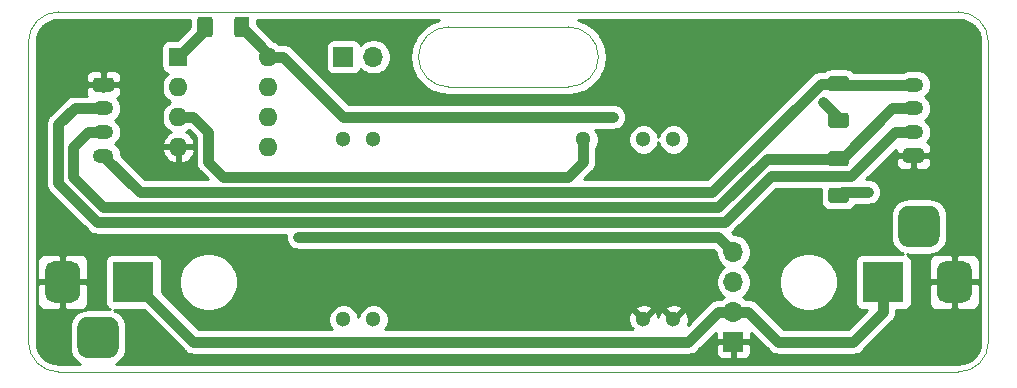
<source format=gbr>
From 40ab1463c3da0c844eedba5c5f52d5ef8af322c4 Mon Sep 17 00:00:00 2001
From: Philip Lampkin <plampkin@chem.wisc.edu>
Date: Sat, 24 Apr 2021 12:07:04 -0500
Subject: terminology update

---
 digital-driver-board/gerber/driver-B_Cu.gbr | 3335 +++++++++++++++++++++++++++
 1 file changed, 3335 insertions(+)
 create mode 100644 digital-driver-board/gerber/driver-B_Cu.gbr

(limited to 'digital-driver-board/gerber/driver-B_Cu.gbr')

diff --git a/digital-driver-board/gerber/driver-B_Cu.gbr b/digital-driver-board/gerber/driver-B_Cu.gbr
new file mode 100644
index 0000000..cd597bb
--- /dev/null
+++ b/digital-driver-board/gerber/driver-B_Cu.gbr
@@ -0,0 +1,3335 @@
+%TF.GenerationSoftware,KiCad,Pcbnew,5.1.8+dfsg1-1+b1*%
+%TF.CreationDate,2021-03-06T12:09:01-06:00*%
+%TF.ProjectId,driver,64726976-6572-42e6-9b69-6361645f7063,B*%
+%TF.SameCoordinates,Original*%
+%TF.FileFunction,Copper,L2,Bot*%
+%TF.FilePolarity,Positive*%
+%FSLAX46Y46*%
+G04 Gerber Fmt 4.6, Leading zero omitted, Abs format (unit mm)*
+G04 Created by KiCad (PCBNEW 5.1.8+dfsg1-1+b1) date 2021-03-06 12:09:01*
+%MOMM*%
+%LPD*%
+G01*
+G04 APERTURE LIST*
+%TA.AperFunction,Profile*%
+%ADD10C,0.100000*%
+%TD*%
+%TA.AperFunction,ComponentPad*%
+%ADD11O,1.750000X1.200000*%
+%TD*%
+%TA.AperFunction,ComponentPad*%
+%ADD12C,1.300000*%
+%TD*%
+%TA.AperFunction,ComponentPad*%
+%ADD13R,3.500000X3.500000*%
+%TD*%
+%TA.AperFunction,ComponentPad*%
+%ADD14O,1.600000X1.600000*%
+%TD*%
+%TA.AperFunction,ComponentPad*%
+%ADD15R,1.600000X1.600000*%
+%TD*%
+%TA.AperFunction,ComponentPad*%
+%ADD16O,1.700000X1.700000*%
+%TD*%
+%TA.AperFunction,ComponentPad*%
+%ADD17R,1.700000X1.700000*%
+%TD*%
+%TA.AperFunction,ViaPad*%
+%ADD18C,0.800000*%
+%TD*%
+%TA.AperFunction,Conductor*%
+%ADD19C,0.889000*%
+%TD*%
+%TA.AperFunction,Conductor*%
+%ADD20C,0.254000*%
+%TD*%
+%TA.AperFunction,Conductor*%
+%ADD21C,0.100000*%
+%TD*%
+G04 APERTURE END LIST*
+D10*
+X121920000Y-85090000D02*
+G75*
+G02*
+X119380000Y-82550000I0J2540000D01*
+G01*
+X165100000Y-78740000D02*
+X88900000Y-78740000D01*
+X119380000Y-82550000D02*
+G75*
+G02*
+X121920000Y-80010000I2540000J0D01*
+G01*
+X132080000Y-80010000D02*
+G75*
+G02*
+X134620000Y-82550000I0J-2540000D01*
+G01*
+X134620000Y-82550000D02*
+G75*
+G02*
+X132080000Y-85090000I-2540000J0D01*
+G01*
+X132080000Y-80010000D02*
+X121920000Y-80010000D01*
+X132080000Y-85090000D02*
+X121920000Y-85090000D01*
+X165100000Y-109220000D02*
+X88900000Y-109220000D01*
+X86360000Y-81280000D02*
+X86360000Y-106680000D01*
+X167640000Y-106680000D02*
+X167640000Y-81280000D01*
+X86360000Y-81280000D02*
+G75*
+G02*
+X88900000Y-78740000I2540000J0D01*
+G01*
+X88900000Y-109220000D02*
+G75*
+G02*
+X86360000Y-106680000I0J2540000D01*
+G01*
+X167640000Y-106680000D02*
+G75*
+G02*
+X165100000Y-109220000I-2540000J0D01*
+G01*
+X165100000Y-78740000D02*
+G75*
+G02*
+X167640000Y-81280000I0J-2540000D01*
+G01*
+D11*
+%TO.P,J1,4*%
+%TO.N,SCL*%
+X161290000Y-84900000D03*
+%TO.P,J1,3*%
+%TO.N,SDA*%
+X161290000Y-86900000D03*
+%TO.P,J1,2*%
+%TO.N,Net-(J1-Pad2)*%
+X161290000Y-88900000D03*
+%TO.P,J1,1*%
+%TO.N,GND*%
+%TA.AperFunction,ComponentPad*%
+G36*
+G01*
+X161915001Y-91500000D02*
+X160664999Y-91500000D01*
+G75*
+G02*
+X160415000Y-91250001I0J249999D01*
+G01*
+X160415000Y-90549999D01*
+G75*
+G02*
+X160664999Y-90300000I249999J0D01*
+G01*
+X161915001Y-90300000D01*
+G75*
+G02*
+X162165000Y-90549999I0J-249999D01*
+G01*
+X162165000Y-91250001D01*
+G75*
+G02*
+X161915001Y-91500000I-249999J0D01*
+G01*
+G37*
+%TD.AperFunction*%
+%TD*%
+%TO.P,R4,2*%
+%TO.N,SCL*%
+%TA.AperFunction,SMDPad,CuDef*%
+G36*
+G01*
+X155565001Y-85460000D02*
+X154314999Y-85460000D01*
+G75*
+G02*
+X154065000Y-85210001I0J249999D01*
+G01*
+X154065000Y-84409999D01*
+G75*
+G02*
+X154314999Y-84160000I249999J0D01*
+G01*
+X155565001Y-84160000D01*
+G75*
+G02*
+X155815000Y-84409999I0J-249999D01*
+G01*
+X155815000Y-85210001D01*
+G75*
+G02*
+X155565001Y-85460000I-249999J0D01*
+G01*
+G37*
+%TD.AperFunction*%
+%TO.P,R4,1*%
+%TO.N,+5V*%
+%TA.AperFunction,SMDPad,CuDef*%
+G36*
+G01*
+X155565001Y-88560000D02*
+X154314999Y-88560000D01*
+G75*
+G02*
+X154065000Y-88310001I0J249999D01*
+G01*
+X154065000Y-87509999D01*
+G75*
+G02*
+X154314999Y-87260000I249999J0D01*
+G01*
+X155565001Y-87260000D01*
+G75*
+G02*
+X155815000Y-87509999I0J-249999D01*
+G01*
+X155815000Y-88310001D01*
+G75*
+G02*
+X155565001Y-88560000I-249999J0D01*
+G01*
+G37*
+%TD.AperFunction*%
+%TD*%
+%TO.P,R3,2*%
+%TO.N,Net-(R3-Pad2)*%
+%TA.AperFunction,SMDPad,CuDef*%
+G36*
+G01*
+X101970000Y-79384999D02*
+X101970000Y-80635001D01*
+G75*
+G02*
+X101720001Y-80885000I-249999J0D01*
+G01*
+X100919999Y-80885000D01*
+G75*
+G02*
+X100670000Y-80635001I0J249999D01*
+G01*
+X100670000Y-79384999D01*
+G75*
+G02*
+X100919999Y-79135000I249999J0D01*
+G01*
+X101720001Y-79135000D01*
+G75*
+G02*
+X101970000Y-79384999I0J-249999D01*
+G01*
+G37*
+%TD.AperFunction*%
+%TO.P,R3,1*%
+%TO.N,+5V*%
+%TA.AperFunction,SMDPad,CuDef*%
+G36*
+G01*
+X105070000Y-79384999D02*
+X105070000Y-80635001D01*
+G75*
+G02*
+X104820001Y-80885000I-249999J0D01*
+G01*
+X104019999Y-80885000D01*
+G75*
+G02*
+X103770000Y-80635001I0J249999D01*
+G01*
+X103770000Y-79384999D01*
+G75*
+G02*
+X104019999Y-79135000I249999J0D01*
+G01*
+X104820001Y-79135000D01*
+G75*
+G02*
+X105070000Y-79384999I0J-249999D01*
+G01*
+G37*
+%TD.AperFunction*%
+%TD*%
+%TO.P,R1,2*%
+%TO.N,+5V*%
+%TA.AperFunction,SMDPad,CuDef*%
+G36*
+G01*
+X154314999Y-93610000D02*
+X155565001Y-93610000D01*
+G75*
+G02*
+X155815000Y-93859999I0J-249999D01*
+G01*
+X155815000Y-94660001D01*
+G75*
+G02*
+X155565001Y-94910000I-249999J0D01*
+G01*
+X154314999Y-94910000D01*
+G75*
+G02*
+X154065000Y-94660001I0J249999D01*
+G01*
+X154065000Y-93859999D01*
+G75*
+G02*
+X154314999Y-93610000I249999J0D01*
+G01*
+G37*
+%TD.AperFunction*%
+%TO.P,R1,1*%
+%TO.N,SDA*%
+%TA.AperFunction,SMDPad,CuDef*%
+G36*
+G01*
+X154314999Y-90510000D02*
+X155565001Y-90510000D01*
+G75*
+G02*
+X155815000Y-90759999I0J-249999D01*
+G01*
+X155815000Y-91560001D01*
+G75*
+G02*
+X155565001Y-91810000I-249999J0D01*
+G01*
+X154314999Y-91810000D01*
+G75*
+G02*
+X154065000Y-91560001I0J249999D01*
+G01*
+X154065000Y-90759999D01*
+G75*
+G02*
+X154314999Y-90510000I249999J0D01*
+G01*
+G37*
+%TD.AperFunction*%
+%TD*%
+D12*
+%TO.P,U2,24*%
+%TO.N,+12V*%
+X140970000Y-89535000D03*
+%TO.P,U2,23*%
+X138430000Y-89535000D03*
+%TO.P,U2,21*%
+%TO.N,PWM_LED*%
+X133350000Y-89535000D03*
+%TO.P,U2,14*%
+%TO.N,Net-(J7-Pad1)*%
+X115570000Y-89535000D03*
+%TO.P,U2,13*%
+X113030000Y-89535000D03*
+%TO.P,U2,12*%
+%TO.N,Net-(J7-Pad2)*%
+X113030000Y-104775000D03*
+%TO.P,U2,11*%
+X115570000Y-104775000D03*
+%TO.P,U2,2*%
+%TO.N,GND*%
+X138430000Y-104775000D03*
+%TO.P,U2,1*%
+X140970000Y-104775000D03*
+%TD*%
+D13*
+%TO.P,J4,1*%
+%TO.N,+12V*%
+X95250000Y-101600000D03*
+%TO.P,J4,2*%
+%TO.N,GND*%
+%TA.AperFunction,ComponentPad*%
+G36*
+G01*
+X87750000Y-102600000D02*
+X87750000Y-100600000D01*
+G75*
+G02*
+X88500000Y-99850000I750000J0D01*
+G01*
+X90000000Y-99850000D01*
+G75*
+G02*
+X90750000Y-100600000I0J-750000D01*
+G01*
+X90750000Y-102600000D01*
+G75*
+G02*
+X90000000Y-103350000I-750000J0D01*
+G01*
+X88500000Y-103350000D01*
+G75*
+G02*
+X87750000Y-102600000I0J750000D01*
+G01*
+G37*
+%TD.AperFunction*%
+%TO.P,J4,3*%
+%TO.N,N/C*%
+%TA.AperFunction,ComponentPad*%
+G36*
+G01*
+X90500000Y-107175000D02*
+X90500000Y-105425000D01*
+G75*
+G02*
+X91375000Y-104550000I875000J0D01*
+G01*
+X93125000Y-104550000D01*
+G75*
+G02*
+X94000000Y-105425000I0J-875000D01*
+G01*
+X94000000Y-107175000D01*
+G75*
+G02*
+X93125000Y-108050000I-875000J0D01*
+G01*
+X91375000Y-108050000D01*
+G75*
+G02*
+X90500000Y-107175000I0J875000D01*
+G01*
+G37*
+%TD.AperFunction*%
+%TD*%
+%TO.P,J3,3*%
+%TO.N,N/C*%
+%TA.AperFunction,ComponentPad*%
+G36*
+G01*
+X163500000Y-96025000D02*
+X163500000Y-97775000D01*
+G75*
+G02*
+X162625000Y-98650000I-875000J0D01*
+G01*
+X160875000Y-98650000D01*
+G75*
+G02*
+X160000000Y-97775000I0J875000D01*
+G01*
+X160000000Y-96025000D01*
+G75*
+G02*
+X160875000Y-95150000I875000J0D01*
+G01*
+X162625000Y-95150000D01*
+G75*
+G02*
+X163500000Y-96025000I0J-875000D01*
+G01*
+G37*
+%TD.AperFunction*%
+%TO.P,J3,2*%
+%TO.N,GND*%
+%TA.AperFunction,ComponentPad*%
+G36*
+G01*
+X166250000Y-100600000D02*
+X166250000Y-102600000D01*
+G75*
+G02*
+X165500000Y-103350000I-750000J0D01*
+G01*
+X164000000Y-103350000D01*
+G75*
+G02*
+X163250000Y-102600000I0J750000D01*
+G01*
+X163250000Y-100600000D01*
+G75*
+G02*
+X164000000Y-99850000I750000J0D01*
+G01*
+X165500000Y-99850000D01*
+G75*
+G02*
+X166250000Y-100600000I0J-750000D01*
+G01*
+G37*
+%TD.AperFunction*%
+%TO.P,J3,1*%
+%TO.N,+12V*%
+X158750000Y-101600000D03*
+%TD*%
+D11*
+%TO.P,J2,4*%
+%TO.N,SCL*%
+X92710000Y-90900000D03*
+%TO.P,J2,3*%
+%TO.N,SDA*%
+X92710000Y-88900000D03*
+%TO.P,J2,2*%
+%TO.N,Net-(J1-Pad2)*%
+X92710000Y-86900000D03*
+%TO.P,J2,1*%
+%TO.N,GND*%
+%TA.AperFunction,ComponentPad*%
+G36*
+G01*
+X92084999Y-84300000D02*
+X93335001Y-84300000D01*
+G75*
+G02*
+X93585000Y-84549999I0J-249999D01*
+G01*
+X93585000Y-85250001D01*
+G75*
+G02*
+X93335001Y-85500000I-249999J0D01*
+G01*
+X92084999Y-85500000D01*
+G75*
+G02*
+X91835000Y-85250001I0J249999D01*
+G01*
+X91835000Y-84549999D01*
+G75*
+G02*
+X92084999Y-84300000I249999J0D01*
+G01*
+G37*
+%TD.AperFunction*%
+%TD*%
+D14*
+%TO.P,U1,8*%
+%TO.N,+5V*%
+X106680000Y-82550000D03*
+%TO.P,U1,4*%
+%TO.N,GND*%
+X99060000Y-90170000D03*
+%TO.P,U1,7*%
+%TO.N,SCL*%
+X106680000Y-85090000D03*
+%TO.P,U1,3*%
+%TO.N,PWM_LED*%
+X99060000Y-87630000D03*
+%TO.P,U1,6*%
+%TO.N,PWM_FAN*%
+X106680000Y-87630000D03*
+%TO.P,U1,2*%
+%TO.N,INDICATOR*%
+X99060000Y-85090000D03*
+%TO.P,U1,5*%
+%TO.N,SDA*%
+X106680000Y-90170000D03*
+D15*
+%TO.P,U1,1*%
+%TO.N,Net-(R3-Pad2)*%
+X99060000Y-82550000D03*
+%TD*%
+D16*
+%TO.P,J5,4*%
+%TO.N,PWM_FAN*%
+X146050000Y-99060000D03*
+%TO.P,J5,3*%
+%TO.N,N/C*%
+X146050000Y-101600000D03*
+%TO.P,J5,2*%
+%TO.N,+12V*%
+X146050000Y-104140000D03*
+D17*
+%TO.P,J5,1*%
+%TO.N,GND*%
+X146050000Y-106680000D03*
+%TD*%
+%TO.P,J7,1*%
+%TO.N,Net-(J7-Pad1)*%
+X113030000Y-82550000D03*
+D16*
+%TO.P,J7,2*%
+%TO.N,Net-(J7-Pad2)*%
+X115570000Y-82550000D03*
+%TD*%
+D18*
+%TO.N,+5V*%
+X135890000Y-87630000D03*
+X157480000Y-93980000D03*
+X153670000Y-86360000D03*
+%TO.N,SDA*%
+X106679980Y-95250020D03*
+%TO.N,SCL*%
+X104139990Y-93980010D03*
+%TO.N,PWM_FAN*%
+X109220040Y-97790040D03*
+X128269960Y-97790040D03*
+%TD*%
+D19*
+%TO.N,GND*%
+X92710000Y-84900000D02*
+X92710000Y-85090000D01*
+%TO.N,+12V*%
+X144780000Y-104140000D02*
+X146050000Y-104140000D01*
+X142240000Y-106680000D02*
+X144780000Y-104140000D01*
+X100330000Y-106680000D02*
+X142240000Y-106680000D01*
+X95250000Y-101600000D02*
+X100330000Y-106680000D01*
+X146050000Y-104140000D02*
+X147320000Y-104140000D01*
+X147320000Y-104140000D02*
+X149860000Y-106680000D01*
+X149860000Y-106680000D02*
+X156210000Y-106680000D01*
+X156210000Y-106680000D02*
+X158750000Y-104140000D01*
+X158750000Y-104140000D02*
+X158750000Y-101600000D01*
+%TO.N,+5V*%
+X135890000Y-87630000D02*
+X113030000Y-87630000D01*
+X107950000Y-82550000D02*
+X106680000Y-82550000D01*
+X113030000Y-87630000D02*
+X107950000Y-82550000D01*
+X106680000Y-82270000D02*
+X104420000Y-80010000D01*
+X106680000Y-82550000D02*
+X106680000Y-82270000D01*
+X155220000Y-93980000D02*
+X154940000Y-94260000D01*
+X157480000Y-93980000D02*
+X155220000Y-93980000D01*
+X154940000Y-87910000D02*
+X155220000Y-87910000D01*
+X154940000Y-87910000D02*
+X154940000Y-87630000D01*
+X154940000Y-87630000D02*
+X153670000Y-86360000D01*
+%TO.N,SDA*%
+X154940000Y-91160000D02*
+X155220000Y-91160000D01*
+X159480000Y-86900000D02*
+X161290000Y-86900000D01*
+X155220000Y-91160000D02*
+X159480000Y-86900000D01*
+X148870000Y-91160000D02*
+X144779981Y-95250020D01*
+X154940000Y-91160000D02*
+X148870000Y-91160000D01*
+X144779981Y-95250020D02*
+X106679980Y-95250020D01*
+X94769045Y-95250020D02*
+X94769025Y-95250000D01*
+X104774980Y-95250020D02*
+X94769045Y-95250020D01*
+X106679980Y-95250020D02*
+X104774980Y-95250020D01*
+X104774980Y-95250020D02*
+X104140000Y-95250020D01*
+X94769025Y-95250000D02*
+X92710000Y-95250000D01*
+X92710000Y-95250000D02*
+X90170000Y-92710000D01*
+X90170000Y-92710000D02*
+X90170000Y-90170000D01*
+X90170000Y-90170000D02*
+X91440000Y-88900000D01*
+X91440000Y-88900000D02*
+X92710000Y-88900000D01*
+%TO.N,SCL*%
+X155030000Y-84900000D02*
+X154940000Y-84810000D01*
+X161290000Y-84900000D02*
+X155030000Y-84900000D01*
+X153423936Y-84810000D02*
+X144253936Y-93980000D01*
+X154940000Y-84810000D02*
+X153423936Y-84810000D01*
+X144253936Y-93980000D02*
+X144253926Y-93980010D01*
+X144253926Y-93980010D02*
+X104139990Y-93980010D01*
+X95790010Y-93980010D02*
+X92710000Y-90900000D01*
+X104139990Y-93980010D02*
+X95790010Y-93980010D01*
+%TO.N,PWM_LED*%
+X99060000Y-87630000D02*
+X100330000Y-87630000D01*
+X100330000Y-87630000D02*
+X101600000Y-88900000D01*
+X101600000Y-88900000D02*
+X101600000Y-91440000D01*
+X101600000Y-91440000D02*
+X102870000Y-92710000D01*
+X102870000Y-92710000D02*
+X132080000Y-92710000D01*
+X133350000Y-91440000D02*
+X133350000Y-89535000D01*
+X132080000Y-92710000D02*
+X133350000Y-91440000D01*
+%TO.N,PWM_FAN*%
+X146050000Y-99060000D02*
+X144780040Y-97790040D01*
+X128269960Y-97790040D02*
+X109220040Y-97790040D01*
+X144780040Y-97790040D02*
+X128269960Y-97790040D01*
+%TO.N,Net-(R3-Pad2)*%
+X101320000Y-80290000D02*
+X99060000Y-82550000D01*
+X101320000Y-80010000D02*
+X101320000Y-80290000D01*
+%TO.N,Net-(J1-Pad2)*%
+X149190555Y-92635510D02*
+X145306036Y-96520030D01*
+X159746004Y-88900000D02*
+X156010494Y-92635510D01*
+X156010494Y-92635510D02*
+X149190555Y-92635510D01*
+X161290000Y-88900000D02*
+X159746004Y-88900000D01*
+X92183966Y-96520030D02*
+X88900000Y-93236064D01*
+X106679970Y-96520030D02*
+X92183966Y-96520030D01*
+X145306036Y-96520030D02*
+X106679970Y-96520030D01*
+X106679970Y-96520030D02*
+X106045000Y-96520030D01*
+X88900000Y-93236064D02*
+X88900000Y-88265000D01*
+X90265000Y-86900000D02*
+X92710000Y-86900000D01*
+X88900000Y-88265000D02*
+X90265000Y-86900000D01*
+%TD*%
+D20*
+%TO.N,GND*%
+X120733150Y-79554102D02*
+X120675896Y-79578170D01*
+X120618352Y-79601419D01*
+X120609907Y-79605909D01*
+X120173847Y-79841686D01*
+X120122384Y-79876398D01*
+X120070427Y-79910398D01*
+X120063015Y-79916443D01*
+X119681055Y-80232427D01*
+X119637308Y-80276481D01*
+X119592950Y-80319919D01*
+X119586853Y-80327289D01*
+X119273543Y-80711445D01*
+X119239192Y-80763148D01*
+X119204110Y-80814384D01*
+X119199561Y-80822797D01*
+X118966834Y-81260493D01*
+X118943171Y-81317903D01*
+X118918718Y-81374958D01*
+X118915889Y-81384094D01*
+X118772610Y-81858659D01*
+X118760548Y-81919577D01*
+X118747643Y-81980289D01*
+X118746643Y-81989800D01*
+X118698269Y-82483156D01*
+X118698269Y-82513086D01*
+X118695038Y-82542831D01*
+X118695004Y-82552395D01*
+X118695066Y-82570127D01*
+X118698090Y-82599896D01*
+X118697881Y-82629815D01*
+X118698814Y-82639334D01*
+X118750632Y-83132340D01*
+X118763109Y-83193121D01*
+X118774749Y-83254142D01*
+X118777513Y-83263298D01*
+X118924103Y-83736851D01*
+X118948167Y-83794097D01*
+X118971419Y-83851648D01*
+X118975907Y-83860089D01*
+X118975909Y-83860094D01*
+X118975912Y-83860098D01*
+X119211686Y-84296153D01*
+X119246398Y-84347616D01*
+X119280398Y-84399573D01*
+X119286443Y-84406985D01*
+X119602427Y-84788945D01*
+X119646500Y-84832712D01*
+X119689920Y-84877050D01*
+X119697289Y-84883147D01*
+X120081445Y-85196457D01*
+X120133148Y-85230808D01*
+X120184384Y-85265890D01*
+X120192797Y-85270439D01*
+X120630493Y-85503166D01*
+X120687882Y-85526820D01*
+X120744958Y-85551283D01*
+X120754095Y-85554111D01*
+X121228659Y-85697390D01*
+X121289577Y-85709452D01*
+X121350289Y-85722357D01*
+X121359801Y-85723357D01*
+X121853156Y-85771731D01*
+X121853163Y-85771731D01*
+X121886353Y-85775000D01*
+X132113647Y-85775000D01*
+X132144018Y-85772009D01*
+X132159815Y-85772119D01*
+X132169334Y-85771186D01*
+X132662340Y-85719368D01*
+X132723121Y-85706891D01*
+X132784142Y-85695251D01*
+X132793298Y-85692487D01*
+X133266851Y-85545897D01*
+X133324097Y-85521833D01*
+X133381648Y-85498581D01*
+X133390089Y-85494093D01*
+X133390094Y-85494091D01*
+X133390098Y-85494088D01*
+X133826153Y-85258314D01*
+X133877616Y-85223602D01*
+X133929573Y-85189602D01*
+X133936985Y-85183557D01*
+X134318945Y-84867573D01*
+X134362712Y-84823500D01*
+X134407050Y-84780080D01*
+X134413147Y-84772711D01*
+X134726457Y-84388555D01*
+X134760808Y-84336852D01*
+X134795890Y-84285616D01*
+X134800439Y-84277203D01*
+X135033166Y-83839507D01*
+X135056820Y-83782118D01*
+X135081283Y-83725042D01*
+X135084111Y-83715905D01*
+X135227390Y-83241341D01*
+X135239452Y-83180423D01*
+X135252357Y-83119711D01*
+X135253357Y-83110199D01*
+X135301731Y-82616844D01*
+X135301731Y-82586914D01*
+X135304962Y-82557169D01*
+X135304996Y-82547605D01*
+X135304934Y-82529873D01*
+X135301910Y-82500104D01*
+X135302119Y-82470185D01*
+X135301186Y-82460666D01*
+X135249369Y-81967660D01*
+X135236886Y-81906849D01*
+X135225251Y-81845858D01*
+X135222487Y-81836702D01*
+X135075898Y-81363150D01*
+X135051830Y-81305896D01*
+X135028581Y-81248352D01*
+X135024091Y-81239907D01*
+X134788314Y-80803847D01*
+X134753602Y-80752384D01*
+X134719602Y-80700427D01*
+X134713557Y-80693015D01*
+X134397573Y-80311055D01*
+X134353519Y-80267308D01*
+X134310081Y-80222950D01*
+X134302711Y-80216853D01*
+X133918555Y-79903543D01*
+X133866852Y-79869192D01*
+X133815616Y-79834110D01*
+X133807203Y-79829561D01*
+X133369507Y-79596834D01*
+X133312097Y-79573171D01*
+X133255042Y-79548718D01*
+X133245906Y-79545889D01*
+X132845501Y-79425000D01*
+X165066496Y-79425000D01*
+X165459668Y-79463551D01*
+X165805634Y-79568004D01*
+X166124724Y-79737667D01*
+X166404781Y-79966076D01*
+X166635141Y-80244534D01*
+X166807027Y-80562430D01*
+X166913893Y-80907658D01*
+X166955001Y-81298763D01*
+X166955000Y-106646495D01*
+X166916449Y-107039667D01*
+X166811996Y-107385635D01*
+X166642333Y-107704724D01*
+X166413924Y-107984781D01*
+X166135466Y-108215141D01*
+X165817570Y-108387027D01*
+X165472340Y-108493894D01*
+X165081238Y-108535000D01*
+X93774926Y-108535000D01*
+X93965618Y-108433073D01*
+X94194903Y-108244903D01*
+X94383073Y-108015618D01*
+X94522896Y-107754028D01*
+X94608999Y-107470186D01*
+X94638072Y-107175000D01*
+X94638072Y-105425000D01*
+X94608999Y-105129814D01*
+X94522896Y-104845972D01*
+X94383073Y-104584382D01*
+X94194903Y-104355097D01*
+X93965618Y-104166927D01*
+X93704028Y-104027104D01*
+X93575357Y-103988072D01*
+X96111429Y-103988072D01*
+X99529182Y-107405826D01*
+X99562985Y-107447015D01*
+X99604174Y-107480818D01*
+X99604175Y-107480819D01*
+X99690627Y-107551768D01*
+X99727360Y-107581914D01*
+X99914894Y-107682153D01*
+X100092048Y-107735892D01*
+X100118381Y-107743880D01*
+X100330000Y-107764723D01*
+X100383029Y-107759500D01*
+X142186971Y-107759500D01*
+X142240000Y-107764723D01*
+X142293029Y-107759500D01*
+X142451619Y-107743880D01*
+X142655106Y-107682153D01*
+X142842640Y-107581914D01*
+X142905897Y-107530000D01*
+X144561928Y-107530000D01*
+X144574188Y-107654482D01*
+X144610498Y-107774180D01*
+X144669463Y-107884494D01*
+X144748815Y-107981185D01*
+X144845506Y-108060537D01*
+X144955820Y-108119502D01*
+X145075518Y-108155812D01*
+X145200000Y-108168072D01*
+X145764250Y-108165000D01*
+X145923000Y-108006250D01*
+X145923000Y-106807000D01*
+X146177000Y-106807000D01*
+X146177000Y-108006250D01*
+X146335750Y-108165000D01*
+X146900000Y-108168072D01*
+X147024482Y-108155812D01*
+X147144180Y-108119502D01*
+X147254494Y-108060537D01*
+X147351185Y-107981185D01*
+X147430537Y-107884494D01*
+X147489502Y-107774180D01*
+X147525812Y-107654482D01*
+X147538072Y-107530000D01*
+X147535000Y-106965750D01*
+X147376250Y-106807000D01*
+X146177000Y-106807000D01*
+X145923000Y-106807000D01*
+X144723750Y-106807000D01*
+X144565000Y-106965750D01*
+X144561928Y-107530000D01*
+X142905897Y-107530000D01*
+X143007015Y-107447015D01*
+X143040827Y-107405815D01*
+X144562224Y-105884418D01*
+X144565000Y-106394250D01*
+X144723750Y-106553000D01*
+X145923000Y-106553000D01*
+X145923000Y-106533000D01*
+X146177000Y-106533000D01*
+X146177000Y-106553000D01*
+X147376250Y-106553000D01*
+X147535000Y-106394250D01*
+X147537776Y-105884418D01*
+X149059178Y-107405821D01*
+X149092985Y-107447015D01*
+X149257360Y-107581914D01*
+X149444894Y-107682153D01*
+X149648381Y-107743880D01*
+X149806971Y-107759500D01*
+X149806978Y-107759500D01*
+X149859999Y-107764722D01*
+X149913021Y-107759500D01*
+X156156971Y-107759500D01*
+X156210000Y-107764723D01*
+X156263029Y-107759500D01*
+X156421619Y-107743880D01*
+X156625106Y-107682153D01*
+X156812640Y-107581914D01*
+X156977015Y-107447015D01*
+X157010827Y-107405815D01*
+X159475821Y-104940822D01*
+X159517015Y-104907015D01*
+X159651914Y-104742640D01*
+X159752153Y-104555106D01*
+X159813880Y-104351619D01*
+X159829500Y-104193029D01*
+X159829500Y-104193022D01*
+X159834722Y-104140001D01*
+X159829500Y-104086979D01*
+X159829500Y-103988072D01*
+X160500000Y-103988072D01*
+X160624482Y-103975812D01*
+X160744180Y-103939502D01*
+X160854494Y-103880537D01*
+X160951185Y-103801185D01*
+X161030537Y-103704494D01*
+X161089502Y-103594180D01*
+X161125812Y-103474482D01*
+X161138072Y-103350000D01*
+X162611928Y-103350000D01*
+X162624188Y-103474482D01*
+X162660498Y-103594180D01*
+X162719463Y-103704494D01*
+X162798815Y-103801185D01*
+X162895506Y-103880537D01*
+X163005820Y-103939502D01*
+X163125518Y-103975812D01*
+X163250000Y-103988072D01*
+X164464250Y-103985000D01*
+X164623000Y-103826250D01*
+X164623000Y-101727000D01*
+X164877000Y-101727000D01*
+X164877000Y-103826250D01*
+X165035750Y-103985000D01*
+X166250000Y-103988072D01*
+X166374482Y-103975812D01*
+X166494180Y-103939502D01*
+X166604494Y-103880537D01*
+X166701185Y-103801185D01*
+X166780537Y-103704494D01*
+X166839502Y-103594180D01*
+X166875812Y-103474482D01*
+X166888072Y-103350000D01*
+X166885000Y-101885750D01*
+X166726250Y-101727000D01*
+X164877000Y-101727000D01*
+X164623000Y-101727000D01*
+X162773750Y-101727000D01*
+X162615000Y-101885750D01*
+X162611928Y-103350000D01*
+X161138072Y-103350000D01*
+X161138072Y-99850000D01*
+X162611928Y-99850000D01*
+X162615000Y-101314250D01*
+X162773750Y-101473000D01*
+X164623000Y-101473000D01*
+X164623000Y-99373750D01*
+X164877000Y-99373750D01*
+X164877000Y-101473000D01*
+X166726250Y-101473000D01*
+X166885000Y-101314250D01*
+X166888072Y-99850000D01*
+X166875812Y-99725518D01*
+X166839502Y-99605820D01*
+X166780537Y-99495506D01*
+X166701185Y-99398815D01*
+X166604494Y-99319463D01*
+X166494180Y-99260498D01*
+X166374482Y-99224188D01*
+X166250000Y-99211928D01*
+X165035750Y-99215000D01*
+X164877000Y-99373750D01*
+X164623000Y-99373750D01*
+X164464250Y-99215000D01*
+X163250000Y-99211928D01*
+X163125518Y-99224188D01*
+X163005820Y-99260498D01*
+X162895506Y-99319463D01*
+X162798815Y-99398815D01*
+X162719463Y-99495506D01*
+X162660498Y-99605820D01*
+X162624188Y-99725518D01*
+X162611928Y-99850000D01*
+X161138072Y-99850000D01*
+X161125812Y-99725518D01*
+X161089502Y-99605820D01*
+X161030537Y-99495506D01*
+X160951185Y-99398815D01*
+X160854494Y-99319463D01*
+X160777869Y-99278506D01*
+X160875000Y-99288072D01*
+X162625000Y-99288072D01*
+X162920186Y-99258999D01*
+X163204028Y-99172896D01*
+X163465618Y-99033073D01*
+X163694903Y-98844903D01*
+X163883073Y-98615618D01*
+X164022896Y-98354028D01*
+X164108999Y-98070186D01*
+X164138072Y-97775000D01*
+X164138072Y-96025000D01*
+X164108999Y-95729814D01*
+X164022896Y-95445972D01*
+X163883073Y-95184382D01*
+X163694903Y-94955097D01*
+X163465618Y-94766927D01*
+X163204028Y-94627104D01*
+X162920186Y-94541001D01*
+X162625000Y-94511928D01*
+X160875000Y-94511928D01*
+X160579814Y-94541001D01*
+X160295972Y-94627104D01*
+X160034382Y-94766927D01*
+X159805097Y-94955097D01*
+X159616927Y-95184382D01*
+X159477104Y-95445972D01*
+X159391001Y-95729814D01*
+X159361928Y-96025000D01*
+X159361928Y-97775000D01*
+X159391001Y-98070186D01*
+X159477104Y-98354028D01*
+X159616927Y-98615618D01*
+X159805097Y-98844903D01*
+X160034382Y-99033073D01*
+X160295972Y-99172896D01*
+X160424643Y-99211928D01*
+X157000000Y-99211928D01*
+X156875518Y-99224188D01*
+X156755820Y-99260498D01*
+X156645506Y-99319463D01*
+X156548815Y-99398815D01*
+X156469463Y-99495506D01*
+X156410498Y-99605820D01*
+X156374188Y-99725518D01*
+X156361928Y-99850000D01*
+X156361928Y-103350000D01*
+X156374188Y-103474482D01*
+X156410498Y-103594180D01*
+X156469463Y-103704494D01*
+X156548815Y-103801185D01*
+X156645506Y-103880537D01*
+X156755820Y-103939502D01*
+X156875518Y-103975812D01*
+X157000000Y-103988072D01*
+X157375285Y-103988072D01*
+X155762858Y-105600500D01*
+X150307143Y-105600500D01*
+X148120827Y-103414185D01*
+X148087015Y-103372985D01*
+X147922640Y-103238086D01*
+X147735106Y-103137847D01*
+X147531619Y-103076120D01*
+X147373029Y-103060500D01*
+X147320000Y-103055277D01*
+X147266971Y-103060500D01*
+X147070607Y-103060500D01*
+X146996632Y-102986525D01*
+X146822240Y-102870000D01*
+X146996632Y-102753475D01*
+X147203475Y-102546632D01*
+X147365990Y-102303411D01*
+X147477932Y-102033158D01*
+X147535000Y-101746260D01*
+X147535000Y-101453740D01*
+X147515409Y-101355249D01*
+X149915000Y-101355249D01*
+X149915000Y-101844751D01*
+X150010497Y-102324848D01*
+X150197821Y-102777089D01*
+X150469774Y-103184095D01*
+X150815905Y-103530226D01*
+X151222911Y-103802179D01*
+X151675152Y-103989503D01*
+X152155249Y-104085000D01*
+X152644751Y-104085000D01*
+X153124848Y-103989503D01*
+X153577089Y-103802179D01*
+X153984095Y-103530226D01*
+X154330226Y-103184095D01*
+X154602179Y-102777089D01*
+X154789503Y-102324848D01*
+X154885000Y-101844751D01*
+X154885000Y-101355249D01*
+X154789503Y-100875152D01*
+X154602179Y-100422911D01*
+X154330226Y-100015905D01*
+X153984095Y-99669774D01*
+X153577089Y-99397821D01*
+X153124848Y-99210497D01*
+X152644751Y-99115000D01*
+X152155249Y-99115000D01*
+X151675152Y-99210497D01*
+X151222911Y-99397821D01*
+X150815905Y-99669774D01*
+X150469774Y-100015905D01*
+X150197821Y-100422911D01*
+X150010497Y-100875152D01*
+X149915000Y-101355249D01*
+X147515409Y-101355249D01*
+X147477932Y-101166842D01*
+X147365990Y-100896589D01*
+X147203475Y-100653368D01*
+X146996632Y-100446525D01*
+X146822240Y-100330000D01*
+X146996632Y-100213475D01*
+X147203475Y-100006632D01*
+X147365990Y-99763411D01*
+X147477932Y-99493158D01*
+X147535000Y-99206260D01*
+X147535000Y-98913740D01*
+X147477932Y-98626842D01*
+X147365990Y-98356589D01*
+X147203475Y-98113368D01*
+X146996632Y-97906525D01*
+X146753411Y-97744010D01*
+X146483158Y-97632068D01*
+X146196260Y-97575000D01*
+X146091643Y-97575000D01*
+X145925104Y-97408462D01*
+X146073051Y-97287045D01*
+X146106863Y-97245845D01*
+X149637698Y-93715010D01*
+X153441208Y-93715010D01*
+X153426928Y-93859999D01*
+X153426928Y-94660001D01*
+X153443992Y-94833255D01*
+X153494528Y-94999851D01*
+X153576595Y-95153387D01*
+X153687038Y-95287962D01*
+X153821613Y-95398405D01*
+X153975149Y-95480472D01*
+X154141745Y-95531008D01*
+X154314999Y-95548072D01*
+X155565001Y-95548072D01*
+X155738255Y-95531008D01*
+X155904851Y-95480472D01*
+X156058387Y-95398405D01*
+X156192962Y-95287962D01*
+X156303405Y-95153387D01*
+X156353589Y-95059500D01*
+X157533029Y-95059500D01*
+X157691619Y-95043880D01*
+X157895106Y-94982153D01*
+X158082640Y-94881914D01*
+X158247015Y-94747015D01*
+X158381914Y-94582640D01*
+X158482153Y-94395106D01*
+X158543880Y-94191619D01*
+X158564723Y-93980000D01*
+X158543880Y-93768381D01*
+X158482153Y-93564894D01*
+X158381914Y-93377360D01*
+X158247015Y-93212985D01*
+X158082640Y-93078086D01*
+X157895106Y-92977847D01*
+X157691619Y-92916120D01*
+X157533029Y-92900500D01*
+X157272146Y-92900500D01*
+X158672647Y-91500000D01*
+X159776928Y-91500000D01*
+X159789188Y-91624482D01*
+X159825498Y-91744180D01*
+X159884463Y-91854494D01*
+X159963815Y-91951185D01*
+X160060506Y-92030537D01*
+X160170820Y-92089502D01*
+X160290518Y-92125812D01*
+X160415000Y-92138072D01*
+X161004250Y-92135000D01*
+X161163000Y-91976250D01*
+X161163000Y-91027000D01*
+X161417000Y-91027000D01*
+X161417000Y-91976250D01*
+X161575750Y-92135000D01*
+X162165000Y-92138072D01*
+X162289482Y-92125812D01*
+X162409180Y-92089502D01*
+X162519494Y-92030537D01*
+X162616185Y-91951185D01*
+X162695537Y-91854494D01*
+X162754502Y-91744180D01*
+X162790812Y-91624482D01*
+X162803072Y-91500000D01*
+X162800000Y-91185750D01*
+X162641250Y-91027000D01*
+X161417000Y-91027000D01*
+X161163000Y-91027000D01*
+X159938750Y-91027000D01*
+X159780000Y-91185750D01*
+X159776928Y-91500000D01*
+X158672647Y-91500000D01*
+X159777855Y-90394793D01*
+X159780000Y-90614250D01*
+X159938750Y-90773000D01*
+X161163000Y-90773000D01*
+X161163000Y-90753000D01*
+X161417000Y-90753000D01*
+X161417000Y-90773000D01*
+X162641250Y-90773000D01*
+X162800000Y-90614250D01*
+X162803072Y-90300000D01*
+X162790812Y-90175518D01*
+X162754502Y-90055820D01*
+X162695537Y-89945506D01*
+X162616185Y-89848815D01*
+X162519494Y-89769463D01*
+X162470564Y-89743309D01*
+X162596833Y-89589449D01*
+X162711511Y-89374901D01*
+X162782130Y-89142102D01*
+X162805975Y-88900000D01*
+X162782130Y-88657898D01*
+X162711511Y-88425099D01*
+X162596833Y-88210551D01*
+X162442502Y-88022498D01*
+X162293238Y-87900000D01*
+X162442502Y-87777502D01*
+X162596833Y-87589449D01*
+X162711511Y-87374901D01*
+X162782130Y-87142102D01*
+X162805975Y-86900000D01*
+X162782130Y-86657898D01*
+X162711511Y-86425099D01*
+X162596833Y-86210551D01*
+X162442502Y-86022498D01*
+X162293238Y-85900000D01*
+X162442502Y-85777502D01*
+X162596833Y-85589449D01*
+X162711511Y-85374901D01*
+X162782130Y-85142102D01*
+X162805975Y-84900000D01*
+X162782130Y-84657898D01*
+X162711511Y-84425099D01*
+X162596833Y-84210551D01*
+X162442502Y-84022498D01*
+X162254449Y-83868167D01*
+X162039901Y-83753489D01*
+X161807102Y-83682870D01*
+X161625665Y-83665000D01*
+X160954335Y-83665000D01*
+X160772898Y-83682870D01*
+X160540099Y-83753489D01*
+X160414730Y-83820500D01*
+X156224527Y-83820500D01*
+X156192962Y-83782038D01*
+X156058387Y-83671595D01*
+X155904851Y-83589528D01*
+X155738255Y-83538992D01*
+X155565001Y-83521928D01*
+X154314999Y-83521928D01*
+X154141745Y-83538992D01*
+X153975149Y-83589528D01*
+X153821613Y-83671595D01*
+X153749837Y-83730500D01*
+X153476957Y-83730500D01*
+X153423935Y-83725278D01*
+X153370914Y-83730500D01*
+X153370907Y-83730500D01*
+X153212317Y-83746120D01*
+X153008830Y-83807847D01*
+X152821296Y-83908086D01*
+X152656921Y-84042985D01*
+X152623114Y-84084179D01*
+X143806784Y-92900510D01*
+X133416132Y-92900510D01*
+X134075821Y-92240822D01*
+X134117015Y-92207015D01*
+X134251914Y-92042640D01*
+X134352153Y-91855106D01*
+X134413880Y-91651619D01*
+X134429500Y-91493029D01*
+X134429500Y-91493022D01*
+X134434722Y-91440001D01*
+X134429500Y-91386979D01*
+X134429500Y-90232354D01*
+X134488753Y-90143676D01*
+X134585619Y-89909821D01*
+X134635000Y-89661561D01*
+X134635000Y-89408439D01*
+X137145000Y-89408439D01*
+X137145000Y-89661561D01*
+X137194381Y-89909821D01*
+X137291247Y-90143676D01*
+X137431875Y-90354140D01*
+X137610860Y-90533125D01*
+X137821324Y-90673753D01*
+X138055179Y-90770619D01*
+X138303439Y-90820000D01*
+X138556561Y-90820000D01*
+X138804821Y-90770619D01*
+X139038676Y-90673753D01*
+X139249140Y-90533125D01*
+X139428125Y-90354140D01*
+X139568753Y-90143676D01*
+X139665619Y-89909821D01*
+X139700000Y-89736973D01*
+X139734381Y-89909821D01*
+X139831247Y-90143676D01*
+X139971875Y-90354140D01*
+X140150860Y-90533125D01*
+X140361324Y-90673753D01*
+X140595179Y-90770619D01*
+X140843439Y-90820000D01*
+X141096561Y-90820000D01*
+X141344821Y-90770619D01*
+X141578676Y-90673753D01*
+X141789140Y-90533125D01*
+X141968125Y-90354140D01*
+X142108753Y-90143676D01*
+X142205619Y-89909821D01*
+X142255000Y-89661561D01*
+X142255000Y-89408439D01*
+X142205619Y-89160179D01*
+X142108753Y-88926324D01*
+X141968125Y-88715860D01*
+X141789140Y-88536875D01*
+X141578676Y-88396247D01*
+X141344821Y-88299381D01*
+X141096561Y-88250000D01*
+X140843439Y-88250000D01*
+X140595179Y-88299381D01*
+X140361324Y-88396247D01*
+X140150860Y-88536875D01*
+X139971875Y-88715860D01*
+X139831247Y-88926324D01*
+X139734381Y-89160179D01*
+X139700000Y-89333027D01*
+X139665619Y-89160179D01*
+X139568753Y-88926324D01*
+X139428125Y-88715860D01*
+X139249140Y-88536875D01*
+X139038676Y-88396247D01*
+X138804821Y-88299381D01*
+X138556561Y-88250000D01*
+X138303439Y-88250000D01*
+X138055179Y-88299381D01*
+X137821324Y-88396247D01*
+X137610860Y-88536875D01*
+X137431875Y-88715860D01*
+X137291247Y-88926324D01*
+X137194381Y-89160179D01*
+X137145000Y-89408439D01*
+X134635000Y-89408439D01*
+X134585619Y-89160179D01*
+X134488753Y-88926324D01*
+X134348125Y-88715860D01*
+X134341765Y-88709500D01*
+X135943029Y-88709500D01*
+X136101619Y-88693880D01*
+X136305106Y-88632153D01*
+X136492640Y-88531914D01*
+X136657015Y-88397015D01*
+X136791914Y-88232640D01*
+X136892153Y-88045106D01*
+X136953880Y-87841619D01*
+X136974723Y-87630000D01*
+X136953880Y-87418381D01*
+X136892153Y-87214894D01*
+X136791914Y-87027360D01*
+X136657015Y-86862985D01*
+X136492640Y-86728086D01*
+X136305106Y-86627847D01*
+X136101619Y-86566120D01*
+X135943029Y-86550500D01*
+X113477144Y-86550500D01*
+X108750827Y-81824185D01*
+X108717015Y-81782985D01*
+X108615898Y-81700000D01*
+X111541928Y-81700000D01*
+X111541928Y-83400000D01*
+X111554188Y-83524482D01*
+X111590498Y-83644180D01*
+X111649463Y-83754494D01*
+X111728815Y-83851185D01*
+X111825506Y-83930537D01*
+X111935820Y-83989502D01*
+X112055518Y-84025812D01*
+X112180000Y-84038072D01*
+X113880000Y-84038072D01*
+X114004482Y-84025812D01*
+X114124180Y-83989502D01*
+X114234494Y-83930537D01*
+X114331185Y-83851185D01*
+X114410537Y-83754494D01*
+X114469502Y-83644180D01*
+X114491513Y-83571620D01*
+X114623368Y-83703475D01*
+X114866589Y-83865990D01*
+X115136842Y-83977932D01*
+X115423740Y-84035000D01*
+X115716260Y-84035000D01*
+X116003158Y-83977932D01*
+X116273411Y-83865990D01*
+X116516632Y-83703475D01*
+X116723475Y-83496632D01*
+X116885990Y-83253411D01*
+X116997932Y-82983158D01*
+X117055000Y-82696260D01*
+X117055000Y-82403740D01*
+X116997932Y-82116842D01*
+X116885990Y-81846589D01*
+X116723475Y-81603368D01*
+X116516632Y-81396525D01*
+X116273411Y-81234010D01*
+X116003158Y-81122068D01*
+X115716260Y-81065000D01*
+X115423740Y-81065000D01*
+X115136842Y-81122068D01*
+X114866589Y-81234010D01*
+X114623368Y-81396525D01*
+X114491513Y-81528380D01*
+X114469502Y-81455820D01*
+X114410537Y-81345506D01*
+X114331185Y-81248815D01*
+X114234494Y-81169463D01*
+X114124180Y-81110498D01*
+X114004482Y-81074188D01*
+X113880000Y-81061928D01*
+X112180000Y-81061928D01*
+X112055518Y-81074188D01*
+X111935820Y-81110498D01*
+X111825506Y-81169463D01*
+X111728815Y-81248815D01*
+X111649463Y-81345506D01*
+X111590498Y-81455820D01*
+X111554188Y-81575518D01*
+X111541928Y-81700000D01*
+X108615898Y-81700000D01*
+X108552640Y-81648086D01*
+X108365106Y-81547847D01*
+X108161619Y-81486120D01*
+X108003029Y-81470500D01*
+X107950000Y-81465277D01*
+X107896971Y-81470500D01*
+X107629896Y-81470500D01*
+X107594759Y-81435363D01*
+X107359727Y-81278320D01*
+X107112601Y-81175957D01*
+X105708072Y-79771430D01*
+X105708072Y-79425000D01*
+X121150211Y-79425000D01*
+X120733150Y-79554102D01*
+%TA.AperFunction,Conductor*%
+D21*
+G36*
+X120733150Y-79554102D02*
+G01*
+X120675896Y-79578170D01*
+X120618352Y-79601419D01*
+X120609907Y-79605909D01*
+X120173847Y-79841686D01*
+X120122384Y-79876398D01*
+X120070427Y-79910398D01*
+X120063015Y-79916443D01*
+X119681055Y-80232427D01*
+X119637308Y-80276481D01*
+X119592950Y-80319919D01*
+X119586853Y-80327289D01*
+X119273543Y-80711445D01*
+X119239192Y-80763148D01*
+X119204110Y-80814384D01*
+X119199561Y-80822797D01*
+X118966834Y-81260493D01*
+X118943171Y-81317903D01*
+X118918718Y-81374958D01*
+X118915889Y-81384094D01*
+X118772610Y-81858659D01*
+X118760548Y-81919577D01*
+X118747643Y-81980289D01*
+X118746643Y-81989800D01*
+X118698269Y-82483156D01*
+X118698269Y-82513086D01*
+X118695038Y-82542831D01*
+X118695004Y-82552395D01*
+X118695066Y-82570127D01*
+X118698090Y-82599896D01*
+X118697881Y-82629815D01*
+X118698814Y-82639334D01*
+X118750632Y-83132340D01*
+X118763109Y-83193121D01*
+X118774749Y-83254142D01*
+X118777513Y-83263298D01*
+X118924103Y-83736851D01*
+X118948167Y-83794097D01*
+X118971419Y-83851648D01*
+X118975907Y-83860089D01*
+X118975909Y-83860094D01*
+X118975912Y-83860098D01*
+X119211686Y-84296153D01*
+X119246398Y-84347616D01*
+X119280398Y-84399573D01*
+X119286443Y-84406985D01*
+X119602427Y-84788945D01*
+X119646500Y-84832712D01*
+X119689920Y-84877050D01*
+X119697289Y-84883147D01*
+X120081445Y-85196457D01*
+X120133148Y-85230808D01*
+X120184384Y-85265890D01*
+X120192797Y-85270439D01*
+X120630493Y-85503166D01*
+X120687882Y-85526820D01*
+X120744958Y-85551283D01*
+X120754095Y-85554111D01*
+X121228659Y-85697390D01*
+X121289577Y-85709452D01*
+X121350289Y-85722357D01*
+X121359801Y-85723357D01*
+X121853156Y-85771731D01*
+X121853163Y-85771731D01*
+X121886353Y-85775000D01*
+X132113647Y-85775000D01*
+X132144018Y-85772009D01*
+X132159815Y-85772119D01*
+X132169334Y-85771186D01*
+X132662340Y-85719368D01*
+X132723121Y-85706891D01*
+X132784142Y-85695251D01*
+X132793298Y-85692487D01*
+X133266851Y-85545897D01*
+X133324097Y-85521833D01*
+X133381648Y-85498581D01*
+X133390089Y-85494093D01*
+X133390094Y-85494091D01*
+X133390098Y-85494088D01*
+X133826153Y-85258314D01*
+X133877616Y-85223602D01*
+X133929573Y-85189602D01*
+X133936985Y-85183557D01*
+X134318945Y-84867573D01*
+X134362712Y-84823500D01*
+X134407050Y-84780080D01*
+X134413147Y-84772711D01*
+X134726457Y-84388555D01*
+X134760808Y-84336852D01*
+X134795890Y-84285616D01*
+X134800439Y-84277203D01*
+X135033166Y-83839507D01*
+X135056820Y-83782118D01*
+X135081283Y-83725042D01*
+X135084111Y-83715905D01*
+X135227390Y-83241341D01*
+X135239452Y-83180423D01*
+X135252357Y-83119711D01*
+X135253357Y-83110199D01*
+X135301731Y-82616844D01*
+X135301731Y-82586914D01*
+X135304962Y-82557169D01*
+X135304996Y-82547605D01*
+X135304934Y-82529873D01*
+X135301910Y-82500104D01*
+X135302119Y-82470185D01*
+X135301186Y-82460666D01*
+X135249369Y-81967660D01*
+X135236886Y-81906849D01*
+X135225251Y-81845858D01*
+X135222487Y-81836702D01*
+X135075898Y-81363150D01*
+X135051830Y-81305896D01*
+X135028581Y-81248352D01*
+X135024091Y-81239907D01*
+X134788314Y-80803847D01*
+X134753602Y-80752384D01*
+X134719602Y-80700427D01*
+X134713557Y-80693015D01*
+X134397573Y-80311055D01*
+X134353519Y-80267308D01*
+X134310081Y-80222950D01*
+X134302711Y-80216853D01*
+X133918555Y-79903543D01*
+X133866852Y-79869192D01*
+X133815616Y-79834110D01*
+X133807203Y-79829561D01*
+X133369507Y-79596834D01*
+X133312097Y-79573171D01*
+X133255042Y-79548718D01*
+X133245906Y-79545889D01*
+X132845501Y-79425000D01*
+X165066496Y-79425000D01*
+X165459668Y-79463551D01*
+X165805634Y-79568004D01*
+X166124724Y-79737667D01*
+X166404781Y-79966076D01*
+X166635141Y-80244534D01*
+X166807027Y-80562430D01*
+X166913893Y-80907658D01*
+X166955001Y-81298763D01*
+X166955000Y-106646495D01*
+X166916449Y-107039667D01*
+X166811996Y-107385635D01*
+X166642333Y-107704724D01*
+X166413924Y-107984781D01*
+X166135466Y-108215141D01*
+X165817570Y-108387027D01*
+X165472340Y-108493894D01*
+X165081238Y-108535000D01*
+X93774926Y-108535000D01*
+X93965618Y-108433073D01*
+X94194903Y-108244903D01*
+X94383073Y-108015618D01*
+X94522896Y-107754028D01*
+X94608999Y-107470186D01*
+X94638072Y-107175000D01*
+X94638072Y-105425000D01*
+X94608999Y-105129814D01*
+X94522896Y-104845972D01*
+X94383073Y-104584382D01*
+X94194903Y-104355097D01*
+X93965618Y-104166927D01*
+X93704028Y-104027104D01*
+X93575357Y-103988072D01*
+X96111429Y-103988072D01*
+X99529182Y-107405826D01*
+X99562985Y-107447015D01*
+X99604174Y-107480818D01*
+X99604175Y-107480819D01*
+X99690627Y-107551768D01*
+X99727360Y-107581914D01*
+X99914894Y-107682153D01*
+X100092048Y-107735892D01*
+X100118381Y-107743880D01*
+X100330000Y-107764723D01*
+X100383029Y-107759500D01*
+X142186971Y-107759500D01*
+X142240000Y-107764723D01*
+X142293029Y-107759500D01*
+X142451619Y-107743880D01*
+X142655106Y-107682153D01*
+X142842640Y-107581914D01*
+X142905897Y-107530000D01*
+X144561928Y-107530000D01*
+X144574188Y-107654482D01*
+X144610498Y-107774180D01*
+X144669463Y-107884494D01*
+X144748815Y-107981185D01*
+X144845506Y-108060537D01*
+X144955820Y-108119502D01*
+X145075518Y-108155812D01*
+X145200000Y-108168072D01*
+X145764250Y-108165000D01*
+X145923000Y-108006250D01*
+X145923000Y-106807000D01*
+X146177000Y-106807000D01*
+X146177000Y-108006250D01*
+X146335750Y-108165000D01*
+X146900000Y-108168072D01*
+X147024482Y-108155812D01*
+X147144180Y-108119502D01*
+X147254494Y-108060537D01*
+X147351185Y-107981185D01*
+X147430537Y-107884494D01*
+X147489502Y-107774180D01*
+X147525812Y-107654482D01*
+X147538072Y-107530000D01*
+X147535000Y-106965750D01*
+X147376250Y-106807000D01*
+X146177000Y-106807000D01*
+X145923000Y-106807000D01*
+X144723750Y-106807000D01*
+X144565000Y-106965750D01*
+X144561928Y-107530000D01*
+X142905897Y-107530000D01*
+X143007015Y-107447015D01*
+X143040827Y-107405815D01*
+X144562224Y-105884418D01*
+X144565000Y-106394250D01*
+X144723750Y-106553000D01*
+X145923000Y-106553000D01*
+X145923000Y-106533000D01*
+X146177000Y-106533000D01*
+X146177000Y-106553000D01*
+X147376250Y-106553000D01*
+X147535000Y-106394250D01*
+X147537776Y-105884418D01*
+X149059178Y-107405821D01*
+X149092985Y-107447015D01*
+X149257360Y-107581914D01*
+X149444894Y-107682153D01*
+X149648381Y-107743880D01*
+X149806971Y-107759500D01*
+X149806978Y-107759500D01*
+X149859999Y-107764722D01*
+X149913021Y-107759500D01*
+X156156971Y-107759500D01*
+X156210000Y-107764723D01*
+X156263029Y-107759500D01*
+X156421619Y-107743880D01*
+X156625106Y-107682153D01*
+X156812640Y-107581914D01*
+X156977015Y-107447015D01*
+X157010827Y-107405815D01*
+X159475821Y-104940822D01*
+X159517015Y-104907015D01*
+X159651914Y-104742640D01*
+X159752153Y-104555106D01*
+X159813880Y-104351619D01*
+X159829500Y-104193029D01*
+X159829500Y-104193022D01*
+X159834722Y-104140001D01*
+X159829500Y-104086979D01*
+X159829500Y-103988072D01*
+X160500000Y-103988072D01*
+X160624482Y-103975812D01*
+X160744180Y-103939502D01*
+X160854494Y-103880537D01*
+X160951185Y-103801185D01*
+X161030537Y-103704494D01*
+X161089502Y-103594180D01*
+X161125812Y-103474482D01*
+X161138072Y-103350000D01*
+X162611928Y-103350000D01*
+X162624188Y-103474482D01*
+X162660498Y-103594180D01*
+X162719463Y-103704494D01*
+X162798815Y-103801185D01*
+X162895506Y-103880537D01*
+X163005820Y-103939502D01*
+X163125518Y-103975812D01*
+X163250000Y-103988072D01*
+X164464250Y-103985000D01*
+X164623000Y-103826250D01*
+X164623000Y-101727000D01*
+X164877000Y-101727000D01*
+X164877000Y-103826250D01*
+X165035750Y-103985000D01*
+X166250000Y-103988072D01*
+X166374482Y-103975812D01*
+X166494180Y-103939502D01*
+X166604494Y-103880537D01*
+X166701185Y-103801185D01*
+X166780537Y-103704494D01*
+X166839502Y-103594180D01*
+X166875812Y-103474482D01*
+X166888072Y-103350000D01*
+X166885000Y-101885750D01*
+X166726250Y-101727000D01*
+X164877000Y-101727000D01*
+X164623000Y-101727000D01*
+X162773750Y-101727000D01*
+X162615000Y-101885750D01*
+X162611928Y-103350000D01*
+X161138072Y-103350000D01*
+X161138072Y-99850000D01*
+X162611928Y-99850000D01*
+X162615000Y-101314250D01*
+X162773750Y-101473000D01*
+X164623000Y-101473000D01*
+X164623000Y-99373750D01*
+X164877000Y-99373750D01*
+X164877000Y-101473000D01*
+X166726250Y-101473000D01*
+X166885000Y-101314250D01*
+X166888072Y-99850000D01*
+X166875812Y-99725518D01*
+X166839502Y-99605820D01*
+X166780537Y-99495506D01*
+X166701185Y-99398815D01*
+X166604494Y-99319463D01*
+X166494180Y-99260498D01*
+X166374482Y-99224188D01*
+X166250000Y-99211928D01*
+X165035750Y-99215000D01*
+X164877000Y-99373750D01*
+X164623000Y-99373750D01*
+X164464250Y-99215000D01*
+X163250000Y-99211928D01*
+X163125518Y-99224188D01*
+X163005820Y-99260498D01*
+X162895506Y-99319463D01*
+X162798815Y-99398815D01*
+X162719463Y-99495506D01*
+X162660498Y-99605820D01*
+X162624188Y-99725518D01*
+X162611928Y-99850000D01*
+X161138072Y-99850000D01*
+X161125812Y-99725518D01*
+X161089502Y-99605820D01*
+X161030537Y-99495506D01*
+X160951185Y-99398815D01*
+X160854494Y-99319463D01*
+X160777869Y-99278506D01*
+X160875000Y-99288072D01*
+X162625000Y-99288072D01*
+X162920186Y-99258999D01*
+X163204028Y-99172896D01*
+X163465618Y-99033073D01*
+X163694903Y-98844903D01*
+X163883073Y-98615618D01*
+X164022896Y-98354028D01*
+X164108999Y-98070186D01*
+X164138072Y-97775000D01*
+X164138072Y-96025000D01*
+X164108999Y-95729814D01*
+X164022896Y-95445972D01*
+X163883073Y-95184382D01*
+X163694903Y-94955097D01*
+X163465618Y-94766927D01*
+X163204028Y-94627104D01*
+X162920186Y-94541001D01*
+X162625000Y-94511928D01*
+X160875000Y-94511928D01*
+X160579814Y-94541001D01*
+X160295972Y-94627104D01*
+X160034382Y-94766927D01*
+X159805097Y-94955097D01*
+X159616927Y-95184382D01*
+X159477104Y-95445972D01*
+X159391001Y-95729814D01*
+X159361928Y-96025000D01*
+X159361928Y-97775000D01*
+X159391001Y-98070186D01*
+X159477104Y-98354028D01*
+X159616927Y-98615618D01*
+X159805097Y-98844903D01*
+X160034382Y-99033073D01*
+X160295972Y-99172896D01*
+X160424643Y-99211928D01*
+X157000000Y-99211928D01*
+X156875518Y-99224188D01*
+X156755820Y-99260498D01*
+X156645506Y-99319463D01*
+X156548815Y-99398815D01*
+X156469463Y-99495506D01*
+X156410498Y-99605820D01*
+X156374188Y-99725518D01*
+X156361928Y-99850000D01*
+X156361928Y-103350000D01*
+X156374188Y-103474482D01*
+X156410498Y-103594180D01*
+X156469463Y-103704494D01*
+X156548815Y-103801185D01*
+X156645506Y-103880537D01*
+X156755820Y-103939502D01*
+X156875518Y-103975812D01*
+X157000000Y-103988072D01*
+X157375285Y-103988072D01*
+X155762858Y-105600500D01*
+X150307143Y-105600500D01*
+X148120827Y-103414185D01*
+X148087015Y-103372985D01*
+X147922640Y-103238086D01*
+X147735106Y-103137847D01*
+X147531619Y-103076120D01*
+X147373029Y-103060500D01*
+X147320000Y-103055277D01*
+X147266971Y-103060500D01*
+X147070607Y-103060500D01*
+X146996632Y-102986525D01*
+X146822240Y-102870000D01*
+X146996632Y-102753475D01*
+X147203475Y-102546632D01*
+X147365990Y-102303411D01*
+X147477932Y-102033158D01*
+X147535000Y-101746260D01*
+X147535000Y-101453740D01*
+X147515409Y-101355249D01*
+X149915000Y-101355249D01*
+X149915000Y-101844751D01*
+X150010497Y-102324848D01*
+X150197821Y-102777089D01*
+X150469774Y-103184095D01*
+X150815905Y-103530226D01*
+X151222911Y-103802179D01*
+X151675152Y-103989503D01*
+X152155249Y-104085000D01*
+X152644751Y-104085000D01*
+X153124848Y-103989503D01*
+X153577089Y-103802179D01*
+X153984095Y-103530226D01*
+X154330226Y-103184095D01*
+X154602179Y-102777089D01*
+X154789503Y-102324848D01*
+X154885000Y-101844751D01*
+X154885000Y-101355249D01*
+X154789503Y-100875152D01*
+X154602179Y-100422911D01*
+X154330226Y-100015905D01*
+X153984095Y-99669774D01*
+X153577089Y-99397821D01*
+X153124848Y-99210497D01*
+X152644751Y-99115000D01*
+X152155249Y-99115000D01*
+X151675152Y-99210497D01*
+X151222911Y-99397821D01*
+X150815905Y-99669774D01*
+X150469774Y-100015905D01*
+X150197821Y-100422911D01*
+X150010497Y-100875152D01*
+X149915000Y-101355249D01*
+X147515409Y-101355249D01*
+X147477932Y-101166842D01*
+X147365990Y-100896589D01*
+X147203475Y-100653368D01*
+X146996632Y-100446525D01*
+X146822240Y-100330000D01*
+X146996632Y-100213475D01*
+X147203475Y-100006632D01*
+X147365990Y-99763411D01*
+X147477932Y-99493158D01*
+X147535000Y-99206260D01*
+X147535000Y-98913740D01*
+X147477932Y-98626842D01*
+X147365990Y-98356589D01*
+X147203475Y-98113368D01*
+X146996632Y-97906525D01*
+X146753411Y-97744010D01*
+X146483158Y-97632068D01*
+X146196260Y-97575000D01*
+X146091643Y-97575000D01*
+X145925104Y-97408462D01*
+X146073051Y-97287045D01*
+X146106863Y-97245845D01*
+X149637698Y-93715010D01*
+X153441208Y-93715010D01*
+X153426928Y-93859999D01*
+X153426928Y-94660001D01*
+X153443992Y-94833255D01*
+X153494528Y-94999851D01*
+X153576595Y-95153387D01*
+X153687038Y-95287962D01*
+X153821613Y-95398405D01*
+X153975149Y-95480472D01*
+X154141745Y-95531008D01*
+X154314999Y-95548072D01*
+X155565001Y-95548072D01*
+X155738255Y-95531008D01*
+X155904851Y-95480472D01*
+X156058387Y-95398405D01*
+X156192962Y-95287962D01*
+X156303405Y-95153387D01*
+X156353589Y-95059500D01*
+X157533029Y-95059500D01*
+X157691619Y-95043880D01*
+X157895106Y-94982153D01*
+X158082640Y-94881914D01*
+X158247015Y-94747015D01*
+X158381914Y-94582640D01*
+X158482153Y-94395106D01*
+X158543880Y-94191619D01*
+X158564723Y-93980000D01*
+X158543880Y-93768381D01*
+X158482153Y-93564894D01*
+X158381914Y-93377360D01*
+X158247015Y-93212985D01*
+X158082640Y-93078086D01*
+X157895106Y-92977847D01*
+X157691619Y-92916120D01*
+X157533029Y-92900500D01*
+X157272146Y-92900500D01*
+X158672647Y-91500000D01*
+X159776928Y-91500000D01*
+X159789188Y-91624482D01*
+X159825498Y-91744180D01*
+X159884463Y-91854494D01*
+X159963815Y-91951185D01*
+X160060506Y-92030537D01*
+X160170820Y-92089502D01*
+X160290518Y-92125812D01*
+X160415000Y-92138072D01*
+X161004250Y-92135000D01*
+X161163000Y-91976250D01*
+X161163000Y-91027000D01*
+X161417000Y-91027000D01*
+X161417000Y-91976250D01*
+X161575750Y-92135000D01*
+X162165000Y-92138072D01*
+X162289482Y-92125812D01*
+X162409180Y-92089502D01*
+X162519494Y-92030537D01*
+X162616185Y-91951185D01*
+X162695537Y-91854494D01*
+X162754502Y-91744180D01*
+X162790812Y-91624482D01*
+X162803072Y-91500000D01*
+X162800000Y-91185750D01*
+X162641250Y-91027000D01*
+X161417000Y-91027000D01*
+X161163000Y-91027000D01*
+X159938750Y-91027000D01*
+X159780000Y-91185750D01*
+X159776928Y-91500000D01*
+X158672647Y-91500000D01*
+X159777855Y-90394793D01*
+X159780000Y-90614250D01*
+X159938750Y-90773000D01*
+X161163000Y-90773000D01*
+X161163000Y-90753000D01*
+X161417000Y-90753000D01*
+X161417000Y-90773000D01*
+X162641250Y-90773000D01*
+X162800000Y-90614250D01*
+X162803072Y-90300000D01*
+X162790812Y-90175518D01*
+X162754502Y-90055820D01*
+X162695537Y-89945506D01*
+X162616185Y-89848815D01*
+X162519494Y-89769463D01*
+X162470564Y-89743309D01*
+X162596833Y-89589449D01*
+X162711511Y-89374901D01*
+X162782130Y-89142102D01*
+X162805975Y-88900000D01*
+X162782130Y-88657898D01*
+X162711511Y-88425099D01*
+X162596833Y-88210551D01*
+X162442502Y-88022498D01*
+X162293238Y-87900000D01*
+X162442502Y-87777502D01*
+X162596833Y-87589449D01*
+X162711511Y-87374901D01*
+X162782130Y-87142102D01*
+X162805975Y-86900000D01*
+X162782130Y-86657898D01*
+X162711511Y-86425099D01*
+X162596833Y-86210551D01*
+X162442502Y-86022498D01*
+X162293238Y-85900000D01*
+X162442502Y-85777502D01*
+X162596833Y-85589449D01*
+X162711511Y-85374901D01*
+X162782130Y-85142102D01*
+X162805975Y-84900000D01*
+X162782130Y-84657898D01*
+X162711511Y-84425099D01*
+X162596833Y-84210551D01*
+X162442502Y-84022498D01*
+X162254449Y-83868167D01*
+X162039901Y-83753489D01*
+X161807102Y-83682870D01*
+X161625665Y-83665000D01*
+X160954335Y-83665000D01*
+X160772898Y-83682870D01*
+X160540099Y-83753489D01*
+X160414730Y-83820500D01*
+X156224527Y-83820500D01*
+X156192962Y-83782038D01*
+X156058387Y-83671595D01*
+X155904851Y-83589528D01*
+X155738255Y-83538992D01*
+X155565001Y-83521928D01*
+X154314999Y-83521928D01*
+X154141745Y-83538992D01*
+X153975149Y-83589528D01*
+X153821613Y-83671595D01*
+X153749837Y-83730500D01*
+X153476957Y-83730500D01*
+X153423935Y-83725278D01*
+X153370914Y-83730500D01*
+X153370907Y-83730500D01*
+X153212317Y-83746120D01*
+X153008830Y-83807847D01*
+X152821296Y-83908086D01*
+X152656921Y-84042985D01*
+X152623114Y-84084179D01*
+X143806784Y-92900510D01*
+X133416132Y-92900510D01*
+X134075821Y-92240822D01*
+X134117015Y-92207015D01*
+X134251914Y-92042640D01*
+X134352153Y-91855106D01*
+X134413880Y-91651619D01*
+X134429500Y-91493029D01*
+X134429500Y-91493022D01*
+X134434722Y-91440001D01*
+X134429500Y-91386979D01*
+X134429500Y-90232354D01*
+X134488753Y-90143676D01*
+X134585619Y-89909821D01*
+X134635000Y-89661561D01*
+X134635000Y-89408439D01*
+X137145000Y-89408439D01*
+X137145000Y-89661561D01*
+X137194381Y-89909821D01*
+X137291247Y-90143676D01*
+X137431875Y-90354140D01*
+X137610860Y-90533125D01*
+X137821324Y-90673753D01*
+X138055179Y-90770619D01*
+X138303439Y-90820000D01*
+X138556561Y-90820000D01*
+X138804821Y-90770619D01*
+X139038676Y-90673753D01*
+X139249140Y-90533125D01*
+X139428125Y-90354140D01*
+X139568753Y-90143676D01*
+X139665619Y-89909821D01*
+X139700000Y-89736973D01*
+X139734381Y-89909821D01*
+X139831247Y-90143676D01*
+X139971875Y-90354140D01*
+X140150860Y-90533125D01*
+X140361324Y-90673753D01*
+X140595179Y-90770619D01*
+X140843439Y-90820000D01*
+X141096561Y-90820000D01*
+X141344821Y-90770619D01*
+X141578676Y-90673753D01*
+X141789140Y-90533125D01*
+X141968125Y-90354140D01*
+X142108753Y-90143676D01*
+X142205619Y-89909821D01*
+X142255000Y-89661561D01*
+X142255000Y-89408439D01*
+X142205619Y-89160179D01*
+X142108753Y-88926324D01*
+X141968125Y-88715860D01*
+X141789140Y-88536875D01*
+X141578676Y-88396247D01*
+X141344821Y-88299381D01*
+X141096561Y-88250000D01*
+X140843439Y-88250000D01*
+X140595179Y-88299381D01*
+X140361324Y-88396247D01*
+X140150860Y-88536875D01*
+X139971875Y-88715860D01*
+X139831247Y-88926324D01*
+X139734381Y-89160179D01*
+X139700000Y-89333027D01*
+X139665619Y-89160179D01*
+X139568753Y-88926324D01*
+X139428125Y-88715860D01*
+X139249140Y-88536875D01*
+X139038676Y-88396247D01*
+X138804821Y-88299381D01*
+X138556561Y-88250000D01*
+X138303439Y-88250000D01*
+X138055179Y-88299381D01*
+X137821324Y-88396247D01*
+X137610860Y-88536875D01*
+X137431875Y-88715860D01*
+X137291247Y-88926324D01*
+X137194381Y-89160179D01*
+X137145000Y-89408439D01*
+X134635000Y-89408439D01*
+X134585619Y-89160179D01*
+X134488753Y-88926324D01*
+X134348125Y-88715860D01*
+X134341765Y-88709500D01*
+X135943029Y-88709500D01*
+X136101619Y-88693880D01*
+X136305106Y-88632153D01*
+X136492640Y-88531914D01*
+X136657015Y-88397015D01*
+X136791914Y-88232640D01*
+X136892153Y-88045106D01*
+X136953880Y-87841619D01*
+X136974723Y-87630000D01*
+X136953880Y-87418381D01*
+X136892153Y-87214894D01*
+X136791914Y-87027360D01*
+X136657015Y-86862985D01*
+X136492640Y-86728086D01*
+X136305106Y-86627847D01*
+X136101619Y-86566120D01*
+X135943029Y-86550500D01*
+X113477144Y-86550500D01*
+X108750827Y-81824185D01*
+X108717015Y-81782985D01*
+X108615898Y-81700000D01*
+X111541928Y-81700000D01*
+X111541928Y-83400000D01*
+X111554188Y-83524482D01*
+X111590498Y-83644180D01*
+X111649463Y-83754494D01*
+X111728815Y-83851185D01*
+X111825506Y-83930537D01*
+X111935820Y-83989502D01*
+X112055518Y-84025812D01*
+X112180000Y-84038072D01*
+X113880000Y-84038072D01*
+X114004482Y-84025812D01*
+X114124180Y-83989502D01*
+X114234494Y-83930537D01*
+X114331185Y-83851185D01*
+X114410537Y-83754494D01*
+X114469502Y-83644180D01*
+X114491513Y-83571620D01*
+X114623368Y-83703475D01*
+X114866589Y-83865990D01*
+X115136842Y-83977932D01*
+X115423740Y-84035000D01*
+X115716260Y-84035000D01*
+X116003158Y-83977932D01*
+X116273411Y-83865990D01*
+X116516632Y-83703475D01*
+X116723475Y-83496632D01*
+X116885990Y-83253411D01*
+X116997932Y-82983158D01*
+X117055000Y-82696260D01*
+X117055000Y-82403740D01*
+X116997932Y-82116842D01*
+X116885990Y-81846589D01*
+X116723475Y-81603368D01*
+X116516632Y-81396525D01*
+X116273411Y-81234010D01*
+X116003158Y-81122068D01*
+X115716260Y-81065000D01*
+X115423740Y-81065000D01*
+X115136842Y-81122068D01*
+X114866589Y-81234010D01*
+X114623368Y-81396525D01*
+X114491513Y-81528380D01*
+X114469502Y-81455820D01*
+X114410537Y-81345506D01*
+X114331185Y-81248815D01*
+X114234494Y-81169463D01*
+X114124180Y-81110498D01*
+X114004482Y-81074188D01*
+X113880000Y-81061928D01*
+X112180000Y-81061928D01*
+X112055518Y-81074188D01*
+X111935820Y-81110498D01*
+X111825506Y-81169463D01*
+X111728815Y-81248815D01*
+X111649463Y-81345506D01*
+X111590498Y-81455820D01*
+X111554188Y-81575518D01*
+X111541928Y-81700000D01*
+X108615898Y-81700000D01*
+X108552640Y-81648086D01*
+X108365106Y-81547847D01*
+X108161619Y-81486120D01*
+X108003029Y-81470500D01*
+X107950000Y-81465277D01*
+X107896971Y-81470500D01*
+X107629896Y-81470500D01*
+X107594759Y-81435363D01*
+X107359727Y-81278320D01*
+X107112601Y-81175957D01*
+X105708072Y-79771430D01*
+X105708072Y-79425000D01*
+X121150211Y-79425000D01*
+X120733150Y-79554102D01*
+G37*
+%TD.AperFunction*%
+D20*
+X100031928Y-80051428D02*
+X98971429Y-81111928D01*
+X98260000Y-81111928D01*
+X98135518Y-81124188D01*
+X98015820Y-81160498D01*
+X97905506Y-81219463D01*
+X97808815Y-81298815D01*
+X97729463Y-81395506D01*
+X97670498Y-81505820D01*
+X97634188Y-81625518D01*
+X97621928Y-81750000D01*
+X97621928Y-83350000D01*
+X97634188Y-83474482D01*
+X97670498Y-83594180D01*
+X97729463Y-83704494D01*
+X97808815Y-83801185D01*
+X97905506Y-83880537D01*
+X98015820Y-83939502D01*
+X98135518Y-83975812D01*
+X98143961Y-83976643D01*
+X97945363Y-84175241D01*
+X97788320Y-84410273D01*
+X97680147Y-84671426D01*
+X97625000Y-84948665D01*
+X97625000Y-85231335D01*
+X97680147Y-85508574D01*
+X97788320Y-85769727D01*
+X97945363Y-86004759D01*
+X98145241Y-86204637D01*
+X98377759Y-86360000D01*
+X98145241Y-86515363D01*
+X97945363Y-86715241D01*
+X97788320Y-86950273D01*
+X97680147Y-87211426D01*
+X97625000Y-87488665D01*
+X97625000Y-87771335D01*
+X97680147Y-88048574D01*
+X97788320Y-88309727D01*
+X97945363Y-88544759D01*
+X98145241Y-88744637D01*
+X98380273Y-88901680D01*
+X98390865Y-88906067D01*
+X98204869Y-89017615D01*
+X97996481Y-89206586D01*
+X97828963Y-89432580D01*
+X97708754Y-89686913D01*
+X97668096Y-89820961D01*
+X97790085Y-90043000D01*
+X98933000Y-90043000D01*
+X98933000Y-90023000D01*
+X99187000Y-90023000D01*
+X99187000Y-90043000D01*
+X100329915Y-90043000D01*
+X100451904Y-89820961D01*
+X100411246Y-89686913D01*
+X100291037Y-89432580D01*
+X100123519Y-89206586D01*
+X99915131Y-89017615D01*
+X99729135Y-88906067D01*
+X99739727Y-88901680D01*
+X99940731Y-88767374D01*
+X100520500Y-89347143D01*
+X100520501Y-91386961D01*
+X100515277Y-91440000D01*
+X100536120Y-91651618D01*
+X100583585Y-91808087D01*
+X100597848Y-91855106D01*
+X100698087Y-92042640D01*
+X100832986Y-92207015D01*
+X100874180Y-92240822D01*
+X101533867Y-92900510D01*
+X96237153Y-92900510D01*
+X94224810Y-90888167D01*
+X94202130Y-90657898D01*
+X94160008Y-90519039D01*
+X97668096Y-90519039D01*
+X97708754Y-90653087D01*
+X97828963Y-90907420D01*
+X97996481Y-91133414D01*
+X98204869Y-91322385D01*
+X98446119Y-91467070D01*
+X98710960Y-91561909D01*
+X98933000Y-91440624D01*
+X98933000Y-90297000D01*
+X99187000Y-90297000D01*
+X99187000Y-91440624D01*
+X99409040Y-91561909D01*
+X99673881Y-91467070D01*
+X99915131Y-91322385D01*
+X100123519Y-91133414D01*
+X100291037Y-90907420D01*
+X100411246Y-90653087D01*
+X100451904Y-90519039D01*
+X100329915Y-90297000D01*
+X99187000Y-90297000D01*
+X98933000Y-90297000D01*
+X97790085Y-90297000D01*
+X97668096Y-90519039D01*
+X94160008Y-90519039D01*
+X94131511Y-90425099D01*
+X94016833Y-90210551D01*
+X93862502Y-90022498D01*
+X93713238Y-89900000D01*
+X93862502Y-89777502D01*
+X94016833Y-89589449D01*
+X94131511Y-89374901D01*
+X94202130Y-89142102D01*
+X94225975Y-88900000D01*
+X94202130Y-88657898D01*
+X94131511Y-88425099D01*
+X94016833Y-88210551D01*
+X93862502Y-88022498D01*
+X93713238Y-87900000D01*
+X93862502Y-87777502D01*
+X94016833Y-87589449D01*
+X94131511Y-87374901D01*
+X94202130Y-87142102D01*
+X94225975Y-86900000D01*
+X94202130Y-86657898D01*
+X94131511Y-86425099D01*
+X94016833Y-86210551D01*
+X93890564Y-86056691D01*
+X93939494Y-86030537D01*
+X94036185Y-85951185D01*
+X94115537Y-85854494D01*
+X94174502Y-85744180D01*
+X94210812Y-85624482D01*
+X94223072Y-85500000D01*
+X94220000Y-85185750D01*
+X94061250Y-85027000D01*
+X92837000Y-85027000D01*
+X92837000Y-85047000D01*
+X92583000Y-85047000D01*
+X92583000Y-85027000D01*
+X91358750Y-85027000D01*
+X91200000Y-85185750D01*
+X91196928Y-85500000D01*
+X91209188Y-85624482D01*
+X91245498Y-85744180D01*
+X91286293Y-85820500D01*
+X90318029Y-85820500D01*
+X90265000Y-85815277D01*
+X90211971Y-85820500D01*
+X90053381Y-85836120D01*
+X89849894Y-85897847D01*
+X89697132Y-85979500D01*
+X89662360Y-85998086D01*
+X89540527Y-86098072D01*
+X89497985Y-86132985D01*
+X89464182Y-86174174D01*
+X88174180Y-87464178D01*
+X88132986Y-87497985D01*
+X87998087Y-87662360D01*
+X87905210Y-87836120D01*
+X87897847Y-87849896D01*
+X87836120Y-88053382D01*
+X87815277Y-88265000D01*
+X87820501Y-88318039D01*
+X87820500Y-93183035D01*
+X87815277Y-93236064D01*
+X87820500Y-93289092D01*
+X87836120Y-93447682D01*
+X87897847Y-93651169D01*
+X87998086Y-93838704D01*
+X88132985Y-94003079D01*
+X88174185Y-94036891D01*
+X91383144Y-97245851D01*
+X91416951Y-97287045D01*
+X91581326Y-97421944D01*
+X91768860Y-97522183D01*
+X91972347Y-97583910D01*
+X92130937Y-97599530D01*
+X92130944Y-97599530D01*
+X92183965Y-97604752D01*
+X92236987Y-97599530D01*
+X108154081Y-97599530D01*
+X108135317Y-97790040D01*
+X108156160Y-98001659D01*
+X108217887Y-98205146D01*
+X108318126Y-98392680D01*
+X108453025Y-98557055D01*
+X108617400Y-98691954D01*
+X108804934Y-98792193D01*
+X109008421Y-98853920D01*
+X109167011Y-98869540D01*
+X144332897Y-98869540D01*
+X144565000Y-99101643D01*
+X144565000Y-99206260D01*
+X144622068Y-99493158D01*
+X144734010Y-99763411D01*
+X144896525Y-100006632D01*
+X145103368Y-100213475D01*
+X145277760Y-100330000D01*
+X145103368Y-100446525D01*
+X144896525Y-100653368D01*
+X144734010Y-100896589D01*
+X144622068Y-101166842D01*
+X144565000Y-101453740D01*
+X144565000Y-101746260D01*
+X144622068Y-102033158D01*
+X144734010Y-102303411D01*
+X144896525Y-102546632D01*
+X145103368Y-102753475D01*
+X145277760Y-102870000D01*
+X145103368Y-102986525D01*
+X145029393Y-103060500D01*
+X144833021Y-103060500D01*
+X144779999Y-103055278D01*
+X144726978Y-103060500D01*
+X144726971Y-103060500D01*
+X144568381Y-103076120D01*
+X144364894Y-103137847D01*
+X144177360Y-103238086D01*
+X144012985Y-103372985D01*
+X143979178Y-103414179D01*
+X142185282Y-105208076D01*
+X142190095Y-105197626D01*
+X142249102Y-104951476D01*
+X142258952Y-104698545D01*
+X142219270Y-104448551D01*
+X142131578Y-104211104D01*
+X142084201Y-104122466D01*
+X141855527Y-104069078D01*
+X141149605Y-104775000D01*
+X141163748Y-104789143D01*
+X140984143Y-104968748D01*
+X140970000Y-104954605D01*
+X140955858Y-104968748D01*
+X140776253Y-104789143D01*
+X140790395Y-104775000D01*
+X140084473Y-104069078D01*
+X139855799Y-104122466D01*
+X139749905Y-104352374D01*
+X139698224Y-104567962D01*
+X139679270Y-104448551D01*
+X139591578Y-104211104D01*
+X139544201Y-104122466D01*
+X139315527Y-104069078D01*
+X138609605Y-104775000D01*
+X138623748Y-104789143D01*
+X138444143Y-104968748D01*
+X138430000Y-104954605D01*
+X138415858Y-104968748D01*
+X138236253Y-104789143D01*
+X138250395Y-104775000D01*
+X137544473Y-104069078D01*
+X137315799Y-104122466D01*
+X137209905Y-104352374D01*
+X137150898Y-104598524D01*
+X137141048Y-104851455D01*
+X137180730Y-105101449D01*
+X137268422Y-105338896D01*
+X137315799Y-105427534D01*
+X137544471Y-105480921D01*
+X137427602Y-105597790D01*
+X137430312Y-105600500D01*
+X116561765Y-105600500D01*
+X116568125Y-105594140D01*
+X116708753Y-105383676D01*
+X116805619Y-105149821D01*
+X116855000Y-104901561D01*
+X116855000Y-104648439D01*
+X116805619Y-104400179D01*
+X116708753Y-104166324D01*
+X116568125Y-103955860D01*
+X116501738Y-103889473D01*
+X137724078Y-103889473D01*
+X138430000Y-104595395D01*
+X139135922Y-103889473D01*
+X140264078Y-103889473D01*
+X140970000Y-104595395D01*
+X141675922Y-103889473D01*
+X141622534Y-103660799D01*
+X141392626Y-103554905D01*
+X141146476Y-103495898D01*
+X140893545Y-103486048D01*
+X140643551Y-103525730D01*
+X140406104Y-103613422D01*
+X140317466Y-103660799D01*
+X140264078Y-103889473D01*
+X139135922Y-103889473D01*
+X139082534Y-103660799D01*
+X138852626Y-103554905D01*
+X138606476Y-103495898D01*
+X138353545Y-103486048D01*
+X138103551Y-103525730D01*
+X137866104Y-103613422D01*
+X137777466Y-103660799D01*
+X137724078Y-103889473D01*
+X116501738Y-103889473D01*
+X116389140Y-103776875D01*
+X116178676Y-103636247D01*
+X115944821Y-103539381D01*
+X115696561Y-103490000D01*
+X115443439Y-103490000D01*
+X115195179Y-103539381D01*
+X114961324Y-103636247D01*
+X114750860Y-103776875D01*
+X114571875Y-103955860D01*
+X114431247Y-104166324D01*
+X114334381Y-104400179D01*
+X114300000Y-104573027D01*
+X114265619Y-104400179D01*
+X114168753Y-104166324D01*
+X114028125Y-103955860D01*
+X113849140Y-103776875D01*
+X113638676Y-103636247D01*
+X113404821Y-103539381D01*
+X113156561Y-103490000D01*
+X112903439Y-103490000D01*
+X112655179Y-103539381D01*
+X112421324Y-103636247D01*
+X112210860Y-103776875D01*
+X112031875Y-103955860D01*
+X111891247Y-104166324D01*
+X111794381Y-104400179D01*
+X111745000Y-104648439D01*
+X111745000Y-104901561D01*
+X111794381Y-105149821D01*
+X111891247Y-105383676D01*
+X112031875Y-105594140D01*
+X112038235Y-105600500D01*
+X100777144Y-105600500D01*
+X97638072Y-102461429D01*
+X97638072Y-101355249D01*
+X99115000Y-101355249D01*
+X99115000Y-101844751D01*
+X99210497Y-102324848D01*
+X99397821Y-102777089D01*
+X99669774Y-103184095D01*
+X100015905Y-103530226D01*
+X100422911Y-103802179D01*
+X100875152Y-103989503D01*
+X101355249Y-104085000D01*
+X101844751Y-104085000D01*
+X102324848Y-103989503D01*
+X102777089Y-103802179D01*
+X103184095Y-103530226D01*
+X103530226Y-103184095D01*
+X103802179Y-102777089D01*
+X103989503Y-102324848D01*
+X104085000Y-101844751D01*
+X104085000Y-101355249D01*
+X103989503Y-100875152D01*
+X103802179Y-100422911D01*
+X103530226Y-100015905D01*
+X103184095Y-99669774D01*
+X102777089Y-99397821D01*
+X102324848Y-99210497D01*
+X101844751Y-99115000D01*
+X101355249Y-99115000D01*
+X100875152Y-99210497D01*
+X100422911Y-99397821D01*
+X100015905Y-99669774D01*
+X99669774Y-100015905D01*
+X99397821Y-100422911D01*
+X99210497Y-100875152D01*
+X99115000Y-101355249D01*
+X97638072Y-101355249D01*
+X97638072Y-99850000D01*
+X97625812Y-99725518D01*
+X97589502Y-99605820D01*
+X97530537Y-99495506D01*
+X97451185Y-99398815D01*
+X97354494Y-99319463D01*
+X97244180Y-99260498D01*
+X97124482Y-99224188D01*
+X97000000Y-99211928D01*
+X93500000Y-99211928D01*
+X93375518Y-99224188D01*
+X93255820Y-99260498D01*
+X93145506Y-99319463D01*
+X93048815Y-99398815D01*
+X92969463Y-99495506D01*
+X92910498Y-99605820D01*
+X92874188Y-99725518D01*
+X92861928Y-99850000D01*
+X92861928Y-103350000D01*
+X92874188Y-103474482D01*
+X92910498Y-103594180D01*
+X92969463Y-103704494D01*
+X93048815Y-103801185D01*
+X93145506Y-103880537D01*
+X93222131Y-103921494D01*
+X93125000Y-103911928D01*
+X91375000Y-103911928D01*
+X91079814Y-103941001D01*
+X90795972Y-104027104D01*
+X90534382Y-104166927D01*
+X90305097Y-104355097D01*
+X90116927Y-104584382D01*
+X89977104Y-104845972D01*
+X89891001Y-105129814D01*
+X89861928Y-105425000D01*
+X89861928Y-107175000D01*
+X89891001Y-107470186D01*
+X89977104Y-107754028D01*
+X90116927Y-108015618D01*
+X90305097Y-108244903D01*
+X90534382Y-108433073D01*
+X90725074Y-108535000D01*
+X88933505Y-108535000D01*
+X88540333Y-108496449D01*
+X88194365Y-108391996D01*
+X87875276Y-108222333D01*
+X87595219Y-107993924D01*
+X87364859Y-107715466D01*
+X87192973Y-107397570D01*
+X87086106Y-107052340D01*
+X87045000Y-106661238D01*
+X87045000Y-103350000D01*
+X87111928Y-103350000D01*
+X87124188Y-103474482D01*
+X87160498Y-103594180D01*
+X87219463Y-103704494D01*
+X87298815Y-103801185D01*
+X87395506Y-103880537D01*
+X87505820Y-103939502D01*
+X87625518Y-103975812D01*
+X87750000Y-103988072D01*
+X88964250Y-103985000D01*
+X89123000Y-103826250D01*
+X89123000Y-101727000D01*
+X89377000Y-101727000D01*
+X89377000Y-103826250D01*
+X89535750Y-103985000D01*
+X90750000Y-103988072D01*
+X90874482Y-103975812D01*
+X90994180Y-103939502D01*
+X91104494Y-103880537D01*
+X91201185Y-103801185D01*
+X91280537Y-103704494D01*
+X91339502Y-103594180D01*
+X91375812Y-103474482D01*
+X91388072Y-103350000D01*
+X91385000Y-101885750D01*
+X91226250Y-101727000D01*
+X89377000Y-101727000D01*
+X89123000Y-101727000D01*
+X87273750Y-101727000D01*
+X87115000Y-101885750D01*
+X87111928Y-103350000D01*
+X87045000Y-103350000D01*
+X87045000Y-99850000D01*
+X87111928Y-99850000D01*
+X87115000Y-101314250D01*
+X87273750Y-101473000D01*
+X89123000Y-101473000D01*
+X89123000Y-99373750D01*
+X89377000Y-99373750D01*
+X89377000Y-101473000D01*
+X91226250Y-101473000D01*
+X91385000Y-101314250D01*
+X91388072Y-99850000D01*
+X91375812Y-99725518D01*
+X91339502Y-99605820D01*
+X91280537Y-99495506D01*
+X91201185Y-99398815D01*
+X91104494Y-99319463D01*
+X90994180Y-99260498D01*
+X90874482Y-99224188D01*
+X90750000Y-99211928D01*
+X89535750Y-99215000D01*
+X89377000Y-99373750D01*
+X89123000Y-99373750D01*
+X88964250Y-99215000D01*
+X87750000Y-99211928D01*
+X87625518Y-99224188D01*
+X87505820Y-99260498D01*
+X87395506Y-99319463D01*
+X87298815Y-99398815D01*
+X87219463Y-99495506D01*
+X87160498Y-99605820D01*
+X87124188Y-99725518D01*
+X87111928Y-99850000D01*
+X87045000Y-99850000D01*
+X87045000Y-84300000D01*
+X91196928Y-84300000D01*
+X91200000Y-84614250D01*
+X91358750Y-84773000D01*
+X92583000Y-84773000D01*
+X92583000Y-83823750D01*
+X92837000Y-83823750D01*
+X92837000Y-84773000D01*
+X94061250Y-84773000D01*
+X94220000Y-84614250D01*
+X94223072Y-84300000D01*
+X94210812Y-84175518D01*
+X94174502Y-84055820D01*
+X94115537Y-83945506D01*
+X94036185Y-83848815D01*
+X93939494Y-83769463D01*
+X93829180Y-83710498D01*
+X93709482Y-83674188D01*
+X93585000Y-83661928D01*
+X92995750Y-83665000D01*
+X92837000Y-83823750D01*
+X92583000Y-83823750D01*
+X92424250Y-83665000D01*
+X91835000Y-83661928D01*
+X91710518Y-83674188D01*
+X91590820Y-83710498D01*
+X91480506Y-83769463D01*
+X91383815Y-83848815D01*
+X91304463Y-83945506D01*
+X91245498Y-84055820D01*
+X91209188Y-84175518D01*
+X91196928Y-84300000D01*
+X87045000Y-84300000D01*
+X87045000Y-81313504D01*
+X87083551Y-80920332D01*
+X87188004Y-80574366D01*
+X87357667Y-80255276D01*
+X87586076Y-79975219D01*
+X87864534Y-79744859D01*
+X88182430Y-79572973D01*
+X88527658Y-79466107D01*
+X88918753Y-79425000D01*
+X100031928Y-79425000D01*
+X100031928Y-80051428D01*
+%TA.AperFunction,Conductor*%
+D21*
+G36*
+X100031928Y-80051428D02*
+G01*
+X98971429Y-81111928D01*
+X98260000Y-81111928D01*
+X98135518Y-81124188D01*
+X98015820Y-81160498D01*
+X97905506Y-81219463D01*
+X97808815Y-81298815D01*
+X97729463Y-81395506D01*
+X97670498Y-81505820D01*
+X97634188Y-81625518D01*
+X97621928Y-81750000D01*
+X97621928Y-83350000D01*
+X97634188Y-83474482D01*
+X97670498Y-83594180D01*
+X97729463Y-83704494D01*
+X97808815Y-83801185D01*
+X97905506Y-83880537D01*
+X98015820Y-83939502D01*
+X98135518Y-83975812D01*
+X98143961Y-83976643D01*
+X97945363Y-84175241D01*
+X97788320Y-84410273D01*
+X97680147Y-84671426D01*
+X97625000Y-84948665D01*
+X97625000Y-85231335D01*
+X97680147Y-85508574D01*
+X97788320Y-85769727D01*
+X97945363Y-86004759D01*
+X98145241Y-86204637D01*
+X98377759Y-86360000D01*
+X98145241Y-86515363D01*
+X97945363Y-86715241D01*
+X97788320Y-86950273D01*
+X97680147Y-87211426D01*
+X97625000Y-87488665D01*
+X97625000Y-87771335D01*
+X97680147Y-88048574D01*
+X97788320Y-88309727D01*
+X97945363Y-88544759D01*
+X98145241Y-88744637D01*
+X98380273Y-88901680D01*
+X98390865Y-88906067D01*
+X98204869Y-89017615D01*
+X97996481Y-89206586D01*
+X97828963Y-89432580D01*
+X97708754Y-89686913D01*
+X97668096Y-89820961D01*
+X97790085Y-90043000D01*
+X98933000Y-90043000D01*
+X98933000Y-90023000D01*
+X99187000Y-90023000D01*
+X99187000Y-90043000D01*
+X100329915Y-90043000D01*
+X100451904Y-89820961D01*
+X100411246Y-89686913D01*
+X100291037Y-89432580D01*
+X100123519Y-89206586D01*
+X99915131Y-89017615D01*
+X99729135Y-88906067D01*
+X99739727Y-88901680D01*
+X99940731Y-88767374D01*
+X100520500Y-89347143D01*
+X100520501Y-91386961D01*
+X100515277Y-91440000D01*
+X100536120Y-91651618D01*
+X100583585Y-91808087D01*
+X100597848Y-91855106D01*
+X100698087Y-92042640D01*
+X100832986Y-92207015D01*
+X100874180Y-92240822D01*
+X101533867Y-92900510D01*
+X96237153Y-92900510D01*
+X94224810Y-90888167D01*
+X94202130Y-90657898D01*
+X94160008Y-90519039D01*
+X97668096Y-90519039D01*
+X97708754Y-90653087D01*
+X97828963Y-90907420D01*
+X97996481Y-91133414D01*
+X98204869Y-91322385D01*
+X98446119Y-91467070D01*
+X98710960Y-91561909D01*
+X98933000Y-91440624D01*
+X98933000Y-90297000D01*
+X99187000Y-90297000D01*
+X99187000Y-91440624D01*
+X99409040Y-91561909D01*
+X99673881Y-91467070D01*
+X99915131Y-91322385D01*
+X100123519Y-91133414D01*
+X100291037Y-90907420D01*
+X100411246Y-90653087D01*
+X100451904Y-90519039D01*
+X100329915Y-90297000D01*
+X99187000Y-90297000D01*
+X98933000Y-90297000D01*
+X97790085Y-90297000D01*
+X97668096Y-90519039D01*
+X94160008Y-90519039D01*
+X94131511Y-90425099D01*
+X94016833Y-90210551D01*
+X93862502Y-90022498D01*
+X93713238Y-89900000D01*
+X93862502Y-89777502D01*
+X94016833Y-89589449D01*
+X94131511Y-89374901D01*
+X94202130Y-89142102D01*
+X94225975Y-88900000D01*
+X94202130Y-88657898D01*
+X94131511Y-88425099D01*
+X94016833Y-88210551D01*
+X93862502Y-88022498D01*
+X93713238Y-87900000D01*
+X93862502Y-87777502D01*
+X94016833Y-87589449D01*
+X94131511Y-87374901D01*
+X94202130Y-87142102D01*
+X94225975Y-86900000D01*
+X94202130Y-86657898D01*
+X94131511Y-86425099D01*
+X94016833Y-86210551D01*
+X93890564Y-86056691D01*
+X93939494Y-86030537D01*
+X94036185Y-85951185D01*
+X94115537Y-85854494D01*
+X94174502Y-85744180D01*
+X94210812Y-85624482D01*
+X94223072Y-85500000D01*
+X94220000Y-85185750D01*
+X94061250Y-85027000D01*
+X92837000Y-85027000D01*
+X92837000Y-85047000D01*
+X92583000Y-85047000D01*
+X92583000Y-85027000D01*
+X91358750Y-85027000D01*
+X91200000Y-85185750D01*
+X91196928Y-85500000D01*
+X91209188Y-85624482D01*
+X91245498Y-85744180D01*
+X91286293Y-85820500D01*
+X90318029Y-85820500D01*
+X90265000Y-85815277D01*
+X90211971Y-85820500D01*
+X90053381Y-85836120D01*
+X89849894Y-85897847D01*
+X89697132Y-85979500D01*
+X89662360Y-85998086D01*
+X89540527Y-86098072D01*
+X89497985Y-86132985D01*
+X89464182Y-86174174D01*
+X88174180Y-87464178D01*
+X88132986Y-87497985D01*
+X87998087Y-87662360D01*
+X87905210Y-87836120D01*
+X87897847Y-87849896D01*
+X87836120Y-88053382D01*
+X87815277Y-88265000D01*
+X87820501Y-88318039D01*
+X87820500Y-93183035D01*
+X87815277Y-93236064D01*
+X87820500Y-93289092D01*
+X87836120Y-93447682D01*
+X87897847Y-93651169D01*
+X87998086Y-93838704D01*
+X88132985Y-94003079D01*
+X88174185Y-94036891D01*
+X91383144Y-97245851D01*
+X91416951Y-97287045D01*
+X91581326Y-97421944D01*
+X91768860Y-97522183D01*
+X91972347Y-97583910D01*
+X92130937Y-97599530D01*
+X92130944Y-97599530D01*
+X92183965Y-97604752D01*
+X92236987Y-97599530D01*
+X108154081Y-97599530D01*
+X108135317Y-97790040D01*
+X108156160Y-98001659D01*
+X108217887Y-98205146D01*
+X108318126Y-98392680D01*
+X108453025Y-98557055D01*
+X108617400Y-98691954D01*
+X108804934Y-98792193D01*
+X109008421Y-98853920D01*
+X109167011Y-98869540D01*
+X144332897Y-98869540D01*
+X144565000Y-99101643D01*
+X144565000Y-99206260D01*
+X144622068Y-99493158D01*
+X144734010Y-99763411D01*
+X144896525Y-100006632D01*
+X145103368Y-100213475D01*
+X145277760Y-100330000D01*
+X145103368Y-100446525D01*
+X144896525Y-100653368D01*
+X144734010Y-100896589D01*
+X144622068Y-101166842D01*
+X144565000Y-101453740D01*
+X144565000Y-101746260D01*
+X144622068Y-102033158D01*
+X144734010Y-102303411D01*
+X144896525Y-102546632D01*
+X145103368Y-102753475D01*
+X145277760Y-102870000D01*
+X145103368Y-102986525D01*
+X145029393Y-103060500D01*
+X144833021Y-103060500D01*
+X144779999Y-103055278D01*
+X144726978Y-103060500D01*
+X144726971Y-103060500D01*
+X144568381Y-103076120D01*
+X144364894Y-103137847D01*
+X144177360Y-103238086D01*
+X144012985Y-103372985D01*
+X143979178Y-103414179D01*
+X142185282Y-105208076D01*
+X142190095Y-105197626D01*
+X142249102Y-104951476D01*
+X142258952Y-104698545D01*
+X142219270Y-104448551D01*
+X142131578Y-104211104D01*
+X142084201Y-104122466D01*
+X141855527Y-104069078D01*
+X141149605Y-104775000D01*
+X141163748Y-104789143D01*
+X140984143Y-104968748D01*
+X140970000Y-104954605D01*
+X140955858Y-104968748D01*
+X140776253Y-104789143D01*
+X140790395Y-104775000D01*
+X140084473Y-104069078D01*
+X139855799Y-104122466D01*
+X139749905Y-104352374D01*
+X139698224Y-104567962D01*
+X139679270Y-104448551D01*
+X139591578Y-104211104D01*
+X139544201Y-104122466D01*
+X139315527Y-104069078D01*
+X138609605Y-104775000D01*
+X138623748Y-104789143D01*
+X138444143Y-104968748D01*
+X138430000Y-104954605D01*
+X138415858Y-104968748D01*
+X138236253Y-104789143D01*
+X138250395Y-104775000D01*
+X137544473Y-104069078D01*
+X137315799Y-104122466D01*
+X137209905Y-104352374D01*
+X137150898Y-104598524D01*
+X137141048Y-104851455D01*
+X137180730Y-105101449D01*
+X137268422Y-105338896D01*
+X137315799Y-105427534D01*
+X137544471Y-105480921D01*
+X137427602Y-105597790D01*
+X137430312Y-105600500D01*
+X116561765Y-105600500D01*
+X116568125Y-105594140D01*
+X116708753Y-105383676D01*
+X116805619Y-105149821D01*
+X116855000Y-104901561D01*
+X116855000Y-104648439D01*
+X116805619Y-104400179D01*
+X116708753Y-104166324D01*
+X116568125Y-103955860D01*
+X116501738Y-103889473D01*
+X137724078Y-103889473D01*
+X138430000Y-104595395D01*
+X139135922Y-103889473D01*
+X140264078Y-103889473D01*
+X140970000Y-104595395D01*
+X141675922Y-103889473D01*
+X141622534Y-103660799D01*
+X141392626Y-103554905D01*
+X141146476Y-103495898D01*
+X140893545Y-103486048D01*
+X140643551Y-103525730D01*
+X140406104Y-103613422D01*
+X140317466Y-103660799D01*
+X140264078Y-103889473D01*
+X139135922Y-103889473D01*
+X139082534Y-103660799D01*
+X138852626Y-103554905D01*
+X138606476Y-103495898D01*
+X138353545Y-103486048D01*
+X138103551Y-103525730D01*
+X137866104Y-103613422D01*
+X137777466Y-103660799D01*
+X137724078Y-103889473D01*
+X116501738Y-103889473D01*
+X116389140Y-103776875D01*
+X116178676Y-103636247D01*
+X115944821Y-103539381D01*
+X115696561Y-103490000D01*
+X115443439Y-103490000D01*
+X115195179Y-103539381D01*
+X114961324Y-103636247D01*
+X114750860Y-103776875D01*
+X114571875Y-103955860D01*
+X114431247Y-104166324D01*
+X114334381Y-104400179D01*
+X114300000Y-104573027D01*
+X114265619Y-104400179D01*
+X114168753Y-104166324D01*
+X114028125Y-103955860D01*
+X113849140Y-103776875D01*
+X113638676Y-103636247D01*
+X113404821Y-103539381D01*
+X113156561Y-103490000D01*
+X112903439Y-103490000D01*
+X112655179Y-103539381D01*
+X112421324Y-103636247D01*
+X112210860Y-103776875D01*
+X112031875Y-103955860D01*
+X111891247Y-104166324D01*
+X111794381Y-104400179D01*
+X111745000Y-104648439D01*
+X111745000Y-104901561D01*
+X111794381Y-105149821D01*
+X111891247Y-105383676D01*
+X112031875Y-105594140D01*
+X112038235Y-105600500D01*
+X100777144Y-105600500D01*
+X97638072Y-102461429D01*
+X97638072Y-101355249D01*
+X99115000Y-101355249D01*
+X99115000Y-101844751D01*
+X99210497Y-102324848D01*
+X99397821Y-102777089D01*
+X99669774Y-103184095D01*
+X100015905Y-103530226D01*
+X100422911Y-103802179D01*
+X100875152Y-103989503D01*
+X101355249Y-104085000D01*
+X101844751Y-104085000D01*
+X102324848Y-103989503D01*
+X102777089Y-103802179D01*
+X103184095Y-103530226D01*
+X103530226Y-103184095D01*
+X103802179Y-102777089D01*
+X103989503Y-102324848D01*
+X104085000Y-101844751D01*
+X104085000Y-101355249D01*
+X103989503Y-100875152D01*
+X103802179Y-100422911D01*
+X103530226Y-100015905D01*
+X103184095Y-99669774D01*
+X102777089Y-99397821D01*
+X102324848Y-99210497D01*
+X101844751Y-99115000D01*
+X101355249Y-99115000D01*
+X100875152Y-99210497D01*
+X100422911Y-99397821D01*
+X100015905Y-99669774D01*
+X99669774Y-100015905D01*
+X99397821Y-100422911D01*
+X99210497Y-100875152D01*
+X99115000Y-101355249D01*
+X97638072Y-101355249D01*
+X97638072Y-99850000D01*
+X97625812Y-99725518D01*
+X97589502Y-99605820D01*
+X97530537Y-99495506D01*
+X97451185Y-99398815D01*
+X97354494Y-99319463D01*
+X97244180Y-99260498D01*
+X97124482Y-99224188D01*
+X97000000Y-99211928D01*
+X93500000Y-99211928D01*
+X93375518Y-99224188D01*
+X93255820Y-99260498D01*
+X93145506Y-99319463D01*
+X93048815Y-99398815D01*
+X92969463Y-99495506D01*
+X92910498Y-99605820D01*
+X92874188Y-99725518D01*
+X92861928Y-99850000D01*
+X92861928Y-103350000D01*
+X92874188Y-103474482D01*
+X92910498Y-103594180D01*
+X92969463Y-103704494D01*
+X93048815Y-103801185D01*
+X93145506Y-103880537D01*
+X93222131Y-103921494D01*
+X93125000Y-103911928D01*
+X91375000Y-103911928D01*
+X91079814Y-103941001D01*
+X90795972Y-104027104D01*
+X90534382Y-104166927D01*
+X90305097Y-104355097D01*
+X90116927Y-104584382D01*
+X89977104Y-104845972D01*
+X89891001Y-105129814D01*
+X89861928Y-105425000D01*
+X89861928Y-107175000D01*
+X89891001Y-107470186D01*
+X89977104Y-107754028D01*
+X90116927Y-108015618D01*
+X90305097Y-108244903D01*
+X90534382Y-108433073D01*
+X90725074Y-108535000D01*
+X88933505Y-108535000D01*
+X88540333Y-108496449D01*
+X88194365Y-108391996D01*
+X87875276Y-108222333D01*
+X87595219Y-107993924D01*
+X87364859Y-107715466D01*
+X87192973Y-107397570D01*
+X87086106Y-107052340D01*
+X87045000Y-106661238D01*
+X87045000Y-103350000D01*
+X87111928Y-103350000D01*
+X87124188Y-103474482D01*
+X87160498Y-103594180D01*
+X87219463Y-103704494D01*
+X87298815Y-103801185D01*
+X87395506Y-103880537D01*
+X87505820Y-103939502D01*
+X87625518Y-103975812D01*
+X87750000Y-103988072D01*
+X88964250Y-103985000D01*
+X89123000Y-103826250D01*
+X89123000Y-101727000D01*
+X89377000Y-101727000D01*
+X89377000Y-103826250D01*
+X89535750Y-103985000D01*
+X90750000Y-103988072D01*
+X90874482Y-103975812D01*
+X90994180Y-103939502D01*
+X91104494Y-103880537D01*
+X91201185Y-103801185D01*
+X91280537Y-103704494D01*
+X91339502Y-103594180D01*
+X91375812Y-103474482D01*
+X91388072Y-103350000D01*
+X91385000Y-101885750D01*
+X91226250Y-101727000D01*
+X89377000Y-101727000D01*
+X89123000Y-101727000D01*
+X87273750Y-101727000D01*
+X87115000Y-101885750D01*
+X87111928Y-103350000D01*
+X87045000Y-103350000D01*
+X87045000Y-99850000D01*
+X87111928Y-99850000D01*
+X87115000Y-101314250D01*
+X87273750Y-101473000D01*
+X89123000Y-101473000D01*
+X89123000Y-99373750D01*
+X89377000Y-99373750D01*
+X89377000Y-101473000D01*
+X91226250Y-101473000D01*
+X91385000Y-101314250D01*
+X91388072Y-99850000D01*
+X91375812Y-99725518D01*
+X91339502Y-99605820D01*
+X91280537Y-99495506D01*
+X91201185Y-99398815D01*
+X91104494Y-99319463D01*
+X90994180Y-99260498D01*
+X90874482Y-99224188D01*
+X90750000Y-99211928D01*
+X89535750Y-99215000D01*
+X89377000Y-99373750D01*
+X89123000Y-99373750D01*
+X88964250Y-99215000D01*
+X87750000Y-99211928D01*
+X87625518Y-99224188D01*
+X87505820Y-99260498D01*
+X87395506Y-99319463D01*
+X87298815Y-99398815D01*
+X87219463Y-99495506D01*
+X87160498Y-99605820D01*
+X87124188Y-99725518D01*
+X87111928Y-99850000D01*
+X87045000Y-99850000D01*
+X87045000Y-84300000D01*
+X91196928Y-84300000D01*
+X91200000Y-84614250D01*
+X91358750Y-84773000D01*
+X92583000Y-84773000D01*
+X92583000Y-83823750D01*
+X92837000Y-83823750D01*
+X92837000Y-84773000D01*
+X94061250Y-84773000D01*
+X94220000Y-84614250D01*
+X94223072Y-84300000D01*
+X94210812Y-84175518D01*
+X94174502Y-84055820D01*
+X94115537Y-83945506D01*
+X94036185Y-83848815D01*
+X93939494Y-83769463D01*
+X93829180Y-83710498D01*
+X93709482Y-83674188D01*
+X93585000Y-83661928D01*
+X92995750Y-83665000D01*
+X92837000Y-83823750D01*
+X92583000Y-83823750D01*
+X92424250Y-83665000D01*
+X91835000Y-83661928D01*
+X91710518Y-83674188D01*
+X91590820Y-83710498D01*
+X91480506Y-83769463D01*
+X91383815Y-83848815D01*
+X91304463Y-83945506D01*
+X91245498Y-84055820D01*
+X91209188Y-84175518D01*
+X91196928Y-84300000D01*
+X87045000Y-84300000D01*
+X87045000Y-81313504D01*
+X87083551Y-80920332D01*
+X87188004Y-80574366D01*
+X87357667Y-80255276D01*
+X87586076Y-79975219D01*
+X87864534Y-79744859D01*
+X88182430Y-79572973D01*
+X88527658Y-79466107D01*
+X88918753Y-79425000D01*
+X100031928Y-79425000D01*
+X100031928Y-80051428D01*
+G37*
+%TD.AperFunction*%
+%TD*%
+M02*
-- 
cgit v1.2.3


</source>
